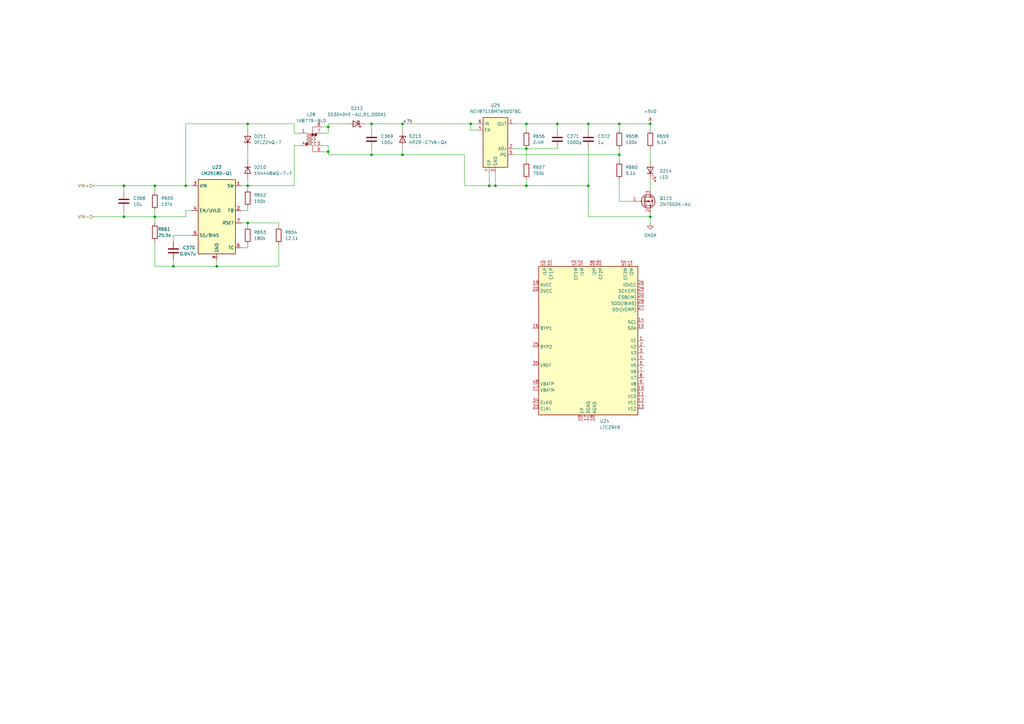
<source format=kicad_sch>
(kicad_sch (version 20230121) (generator eeschema)

  (uuid 1d43db56-dc60-45e0-bdaa-d4a2e5758c23)

  (paper "A3")

  (lib_symbols
    (symbol "Device:C" (pin_numbers hide) (pin_names (offset 0.254)) (in_bom yes) (on_board yes)
      (property "Reference" "C" (at 0.635 2.54 0)
        (effects (font (size 1.27 1.27)) (justify left))
      )
      (property "Value" "C" (at 0.635 -2.54 0)
        (effects (font (size 1.27 1.27)) (justify left))
      )
      (property "Footprint" "" (at 0.9652 -3.81 0)
        (effects (font (size 1.27 1.27)) hide)
      )
      (property "Datasheet" "~" (at 0 0 0)
        (effects (font (size 1.27 1.27)) hide)
      )
      (property "ki_keywords" "cap capacitor" (at 0 0 0)
        (effects (font (size 1.27 1.27)) hide)
      )
      (property "ki_description" "Unpolarized capacitor" (at 0 0 0)
        (effects (font (size 1.27 1.27)) hide)
      )
      (property "ki_fp_filters" "C_*" (at 0 0 0)
        (effects (font (size 1.27 1.27)) hide)
      )
      (symbol "C_0_1"
        (polyline
          (pts
            (xy -2.032 -0.762)
            (xy 2.032 -0.762)
          )
          (stroke (width 0.508) (type default))
          (fill (type none))
        )
        (polyline
          (pts
            (xy -2.032 0.762)
            (xy 2.032 0.762)
          )
          (stroke (width 0.508) (type default))
          (fill (type none))
        )
      )
      (symbol "C_1_1"
        (pin passive line (at 0 3.81 270) (length 2.794)
          (name "~" (effects (font (size 1.27 1.27))))
          (number "1" (effects (font (size 1.27 1.27))))
        )
        (pin passive line (at 0 -3.81 90) (length 2.794)
          (name "~" (effects (font (size 1.27 1.27))))
          (number "2" (effects (font (size 1.27 1.27))))
        )
      )
    )
    (symbol "Device:LED" (pin_numbers hide) (pin_names (offset 1.016) hide) (in_bom yes) (on_board yes)
      (property "Reference" "D" (at 0 2.54 0)
        (effects (font (size 1.27 1.27)))
      )
      (property "Value" "LED" (at 0 -2.54 0)
        (effects (font (size 1.27 1.27)))
      )
      (property "Footprint" "" (at 0 0 0)
        (effects (font (size 1.27 1.27)) hide)
      )
      (property "Datasheet" "~" (at 0 0 0)
        (effects (font (size 1.27 1.27)) hide)
      )
      (property "ki_keywords" "LED diode" (at 0 0 0)
        (effects (font (size 1.27 1.27)) hide)
      )
      (property "ki_description" "Light emitting diode" (at 0 0 0)
        (effects (font (size 1.27 1.27)) hide)
      )
      (property "ki_fp_filters" "LED* LED_SMD:* LED_THT:*" (at 0 0 0)
        (effects (font (size 1.27 1.27)) hide)
      )
      (symbol "LED_0_1"
        (polyline
          (pts
            (xy -1.27 -1.27)
            (xy -1.27 1.27)
          )
          (stroke (width 0.254) (type default))
          (fill (type none))
        )
        (polyline
          (pts
            (xy -1.27 0)
            (xy 1.27 0)
          )
          (stroke (width 0) (type default))
          (fill (type none))
        )
        (polyline
          (pts
            (xy 1.27 -1.27)
            (xy 1.27 1.27)
            (xy -1.27 0)
            (xy 1.27 -1.27)
          )
          (stroke (width 0.254) (type default))
          (fill (type none))
        )
        (polyline
          (pts
            (xy -3.048 -0.762)
            (xy -4.572 -2.286)
            (xy -3.81 -2.286)
            (xy -4.572 -2.286)
            (xy -4.572 -1.524)
          )
          (stroke (width 0) (type default))
          (fill (type none))
        )
        (polyline
          (pts
            (xy -1.778 -0.762)
            (xy -3.302 -2.286)
            (xy -2.54 -2.286)
            (xy -3.302 -2.286)
            (xy -3.302 -1.524)
          )
          (stroke (width 0) (type default))
          (fill (type none))
        )
      )
      (symbol "LED_1_1"
        (pin passive line (at -3.81 0 0) (length 2.54)
          (name "K" (effects (font (size 1.27 1.27))))
          (number "1" (effects (font (size 1.27 1.27))))
        )
        (pin passive line (at 3.81 0 180) (length 2.54)
          (name "A" (effects (font (size 1.27 1.27))))
          (number "2" (effects (font (size 1.27 1.27))))
        )
      )
    )
    (symbol "Device:R" (pin_numbers hide) (pin_names (offset 0)) (in_bom yes) (on_board yes)
      (property "Reference" "R" (at 2.032 0 90)
        (effects (font (size 1.27 1.27)))
      )
      (property "Value" "R" (at 0 0 90)
        (effects (font (size 1.27 1.27)))
      )
      (property "Footprint" "" (at -1.778 0 90)
        (effects (font (size 1.27 1.27)) hide)
      )
      (property "Datasheet" "~" (at 0 0 0)
        (effects (font (size 1.27 1.27)) hide)
      )
      (property "ki_keywords" "R res resistor" (at 0 0 0)
        (effects (font (size 1.27 1.27)) hide)
      )
      (property "ki_description" "Resistor" (at 0 0 0)
        (effects (font (size 1.27 1.27)) hide)
      )
      (property "ki_fp_filters" "R_*" (at 0 0 0)
        (effects (font (size 1.27 1.27)) hide)
      )
      (symbol "R_0_1"
        (rectangle (start -1.016 -2.54) (end 1.016 2.54)
          (stroke (width 0.254) (type default))
          (fill (type none))
        )
      )
      (symbol "R_1_1"
        (pin passive line (at 0 3.81 270) (length 1.27)
          (name "~" (effects (font (size 1.27 1.27))))
          (number "1" (effects (font (size 1.27 1.27))))
        )
        (pin passive line (at 0 -3.81 90) (length 1.27)
          (name "~" (effects (font (size 1.27 1.27))))
          (number "2" (effects (font (size 1.27 1.27))))
        )
      )
    )
    (symbol "ProjectEV:BatteryManagement_LTC2949" (in_bom yes) (on_board yes)
      (property "Reference" "U" (at 11.43 -31.75 0)
        (effects (font (size 1.27 1.27)))
      )
      (property "Value" "LTC2949" (at 15.24 -34.29 0)
        (effects (font (size 1.27 1.27)))
      )
      (property "Footprint" "ProjectEV:Package_LQFP-48-1EP_7x7mm_P0.5mm_EP4.15x4.15mm_LTC2949" (at 0 0 0)
        (effects (font (size 1.27 1.27)) hide)
      )
      (property "Datasheet" "chrome-extension://efaidnbmnnnibpcajpcglclefindmkaj/https://www.analog.com/media/en/technical-documentation/data-sheets/ltc2949.pdf" (at 0 0 0)
        (effects (font (size 1.27 1.27)) hide)
      )
      (symbol "BatteryManagement_LTC2949_1_1"
        (rectangle (start -20.32 30.48) (end 20.32 -30.48)
          (stroke (width 0.254) (type default))
          (fill (type background))
        )
        (pin passive line (at 22.86 0 180) (length 2.54)
          (name "V1" (effects (font (size 1.27 1.27))))
          (number "1" (effects (font (size 1.27 1.27))))
        )
        (pin passive line (at 22.86 -20.32 180) (length 2.54)
          (name "V9" (effects (font (size 1.27 1.27))))
          (number "10" (effects (font (size 1.27 1.27))))
        )
        (pin passive line (at 22.86 -22.86 180) (length 2.54)
          (name "V10" (effects (font (size 1.27 1.27))))
          (number "11" (effects (font (size 1.27 1.27))))
        )
        (pin passive line (at 22.86 -25.4 180) (length 2.54)
          (name "V11" (effects (font (size 1.27 1.27))))
          (number "12" (effects (font (size 1.27 1.27))))
        )
        (pin passive line (at 22.86 -27.94 180) (length 2.54)
          (name "V12" (effects (font (size 1.27 1.27))))
          (number "13" (effects (font (size 1.27 1.27))))
        )
        (pin passive line (at 22.86 7.62 180) (length 2.54)
          (name "SCL" (effects (font (size 1.27 1.27))))
          (number "14" (effects (font (size 1.27 1.27))))
        )
        (pin passive line (at 22.86 5.08 180) (length 2.54)
          (name "SDA" (effects (font (size 1.27 1.27))))
          (number "15" (effects (font (size 1.27 1.27))))
        )
        (pin power_out line (at -22.86 5.08 0) (length 2.54)
          (name "BYP1" (effects (font (size 1.27 1.27))))
          (number "16" (effects (font (size 1.27 1.27))))
        )
        (pin power_in line (at 0 -33.02 90) (length 2.54)
          (name "DGND" (effects (font (size 1.27 1.27))))
          (number "17" (effects (font (size 1.27 1.27))))
        )
        (pin power_in line (at 2.54 -33.02 90) (length 2.54)
          (name "AGND" (effects (font (size 1.27 1.27))))
          (number "18" (effects (font (size 1.27 1.27))))
        )
        (pin power_in line (at -22.86 22.86 0) (length 2.54)
          (name "AVCC" (effects (font (size 1.27 1.27))))
          (number "19" (effects (font (size 1.27 1.27))))
        )
        (pin passive line (at 22.86 -2.54 180) (length 2.54)
          (name "V2" (effects (font (size 1.27 1.27))))
          (number "2" (effects (font (size 1.27 1.27))))
        )
        (pin power_in line (at -22.86 20.32 0) (length 2.54)
          (name "DVCC" (effects (font (size 1.27 1.27))))
          (number "20" (effects (font (size 1.27 1.27))))
        )
        (pin no_connect line (at 0 33.02 270) (length 2.54) hide
          (name "DNC" (effects (font (size 1.27 1.27))))
          (number "21" (effects (font (size 1.27 1.27))))
        )
        (pin no_connect line (at 0 33.02 270) (length 2.54) hide
          (name "DNC" (effects (font (size 1.27 1.27))))
          (number "22" (effects (font (size 1.27 1.27))))
        )
        (pin no_connect line (at 0 33.02 270) (length 2.54) hide
          (name "DNC" (effects (font (size 1.27 1.27))))
          (number "23" (effects (font (size 1.27 1.27))))
        )
        (pin no_connect line (at 0 33.02 270) (length 2.54) hide
          (name "DNC" (effects (font (size 1.27 1.27))))
          (number "24" (effects (font (size 1.27 1.27))))
        )
        (pin power_out line (at -22.86 -2.54 0) (length 2.54)
          (name "BYP2" (effects (font (size 1.27 1.27))))
          (number "25" (effects (font (size 1.27 1.27))))
        )
        (pin passive line (at 22.86 22.86 180) (length 2.54)
          (name "IOVCC" (effects (font (size 1.27 1.27))))
          (number "26" (effects (font (size 1.27 1.27))))
        )
        (pin passive line (at 22.86 12.7 180) (length 2.54)
          (name "SDI(VCMP)" (effects (font (size 1.27 1.27))))
          (number "27" (effects (font (size 1.27 1.27))))
        )
        (pin passive line (at 22.86 15.24 180) (length 2.54)
          (name "SDO(IBIAS)" (effects (font (size 1.27 1.27))))
          (number "28" (effects (font (size 1.27 1.27))))
        )
        (pin passive line (at 22.86 20.32 180) (length 2.54)
          (name "SCK(IP)" (effects (font (size 1.27 1.27))))
          (number "29" (effects (font (size 1.27 1.27))))
        )
        (pin passive line (at 22.86 -5.08 180) (length 2.54)
          (name "V3" (effects (font (size 1.27 1.27))))
          (number "3" (effects (font (size 1.27 1.27))))
        )
        (pin passive line (at 22.86 17.78 180) (length 2.54)
          (name "CSB(IM)" (effects (font (size 1.27 1.27))))
          (number "30" (effects (font (size 1.27 1.27))))
        )
        (pin no_connect line (at 0 33.02 270) (length 2.54) hide
          (name "DNC" (effects (font (size 1.27 1.27))))
          (number "31" (effects (font (size 1.27 1.27))))
        )
        (pin no_connect line (at 0 33.02 270) (length 2.54) hide
          (name "DNC" (effects (font (size 1.27 1.27))))
          (number "32" (effects (font (size 1.27 1.27))))
        )
        (pin passive line (at -22.86 -27.94 0) (length 2.54)
          (name "CLKI" (effects (font (size 1.27 1.27))))
          (number "33" (effects (font (size 1.27 1.27))))
        )
        (pin passive line (at -22.86 -25.4 0) (length 2.54)
          (name "CLKO" (effects (font (size 1.27 1.27))))
          (number "34" (effects (font (size 1.27 1.27))))
        )
        (pin power_out line (at -22.86 -10.16 0) (length 2.54)
          (name "VREF" (effects (font (size 1.27 1.27))))
          (number "35" (effects (font (size 1.27 1.27))))
        )
        (pin no_connect line (at 0 33.02 270) (length 2.54) hide
          (name "DNC" (effects (font (size 1.27 1.27))))
          (number "36" (effects (font (size 1.27 1.27))))
        )
        (pin no_connect line (at 0 33.02 270) (length 2.54) hide
          (name "DNC" (effects (font (size 1.27 1.27))))
          (number "37" (effects (font (size 1.27 1.27))))
        )
        (pin passive line (at 2.54 33.02 270) (length 2.54)
          (name "I2P" (effects (font (size 1.27 1.27))))
          (number "38" (effects (font (size 1.27 1.27))))
        )
        (pin passive line (at 5.08 33.02 270) (length 2.54)
          (name "CF2P" (effects (font (size 1.27 1.27))))
          (number "39" (effects (font (size 1.27 1.27))))
        )
        (pin passive line (at 22.86 -7.62 180) (length 2.54)
          (name "V4" (effects (font (size 1.27 1.27))))
          (number "4" (effects (font (size 1.27 1.27))))
        )
        (pin passive line (at 15.24 33.02 270) (length 2.54)
          (name "CF2M" (effects (font (size 1.27 1.27))))
          (number "40" (effects (font (size 1.27 1.27))))
        )
        (pin passive line (at 17.78 33.02 270) (length 2.54)
          (name "I2M" (effects (font (size 1.27 1.27))))
          (number "41" (effects (font (size 1.27 1.27))))
        )
        (pin passive line (at -2.54 33.02 270) (length 2.54)
          (name "I1M" (effects (font (size 1.27 1.27))))
          (number "42" (effects (font (size 1.27 1.27))))
        )
        (pin passive line (at -5.08 33.02 270) (length 2.54)
          (name "CF1M" (effects (font (size 1.27 1.27))))
          (number "43" (effects (font (size 1.27 1.27))))
        )
        (pin passive line (at -15.24 33.02 270) (length 2.54)
          (name "CF1P" (effects (font (size 1.27 1.27))))
          (number "44" (effects (font (size 1.27 1.27))))
        )
        (pin passive line (at -17.78 33.02 270) (length 2.54)
          (name "I1P" (effects (font (size 1.27 1.27))))
          (number "45" (effects (font (size 1.27 1.27))))
        )
        (pin no_connect line (at 0 33.02 270) (length 2.54) hide
          (name "DNC" (effects (font (size 1.27 1.27))))
          (number "46" (effects (font (size 1.27 1.27))))
        )
        (pin passive line (at -22.86 -20.32 0) (length 2.54)
          (name "VBATM" (effects (font (size 1.27 1.27))))
          (number "47" (effects (font (size 1.27 1.27))))
        )
        (pin passive line (at -22.86 -17.78 0) (length 2.54)
          (name "VBATP" (effects (font (size 1.27 1.27))))
          (number "48" (effects (font (size 1.27 1.27))))
        )
        (pin passive line (at -2.54 -33.02 90) (length 2.54)
          (name "EP" (effects (font (size 1.27 1.27))))
          (number "49" (effects (font (size 1.27 1.27))))
        )
        (pin passive line (at 22.86 -10.16 180) (length 2.54)
          (name "V5" (effects (font (size 1.27 1.27))))
          (number "5" (effects (font (size 1.27 1.27))))
        )
        (pin no_connect line (at 0 33.02 270) (length 2.54) hide
          (name "DNC" (effects (font (size 1.27 1.27))))
          (number "6" (effects (font (size 1.27 1.27))))
        )
        (pin passive line (at 22.86 -12.7 180) (length 2.54)
          (name "V6" (effects (font (size 1.27 1.27))))
          (number "7" (effects (font (size 1.27 1.27))))
        )
        (pin passive line (at 22.86 -15.24 180) (length 2.54)
          (name "V7" (effects (font (size 1.27 1.27))))
          (number "8" (effects (font (size 1.27 1.27))))
        )
        (pin passive line (at 22.86 -17.78 180) (length 2.54)
          (name "V8" (effects (font (size 1.27 1.27))))
          (number "9" (effects (font (size 1.27 1.27))))
        )
      )
    )
    (symbol "ProjectEV:D_1N4448WQ-7-F" (pin_numbers hide) (pin_names (offset 1.016) hide) (in_bom yes) (on_board yes)
      (property "Reference" "D" (at 0 2.54 0)
        (effects (font (size 1.27 1.27)))
      )
      (property "Value" "1N4448WQ-7-F" (at 0 -2.54 0)
        (effects (font (size 1.27 1.27)))
      )
      (property "Footprint" "ProjectEV:D_SOD-123_1N4448W" (at 0 0 0)
        (effects (font (size 1.27 1.27)) hide)
      )
      (property "Datasheet" "https://www.diodes.com/assets/Datasheets/1N4448W.pdf" (at 0 -3.81 0)
        (effects (font (size 1.27 1.27)) hide)
      )
      (property "ki_keywords" "diode" (at 0 0 0)
        (effects (font (size 1.27 1.27)) hide)
      )
      (property "ki_description" "Diode" (at 0 0 0)
        (effects (font (size 1.27 1.27)) hide)
      )
      (property "ki_fp_filters" "TO-???* *_Diode_* *SingleDiode* D_*" (at 0 0 0)
        (effects (font (size 1.27 1.27)) hide)
      )
      (symbol "D_1N4448WQ-7-F_0_1"
        (polyline
          (pts
            (xy -1.27 1.27)
            (xy -1.27 -1.27)
          )
          (stroke (width 0.254) (type default))
          (fill (type none))
        )
        (polyline
          (pts
            (xy 1.27 0)
            (xy -1.27 0)
          )
          (stroke (width 0) (type default))
          (fill (type none))
        )
        (polyline
          (pts
            (xy 1.27 1.27)
            (xy 1.27 -1.27)
            (xy -1.27 0)
            (xy 1.27 1.27)
          )
          (stroke (width 0.254) (type default))
          (fill (type none))
        )
      )
      (symbol "D_1N4448WQ-7-F_1_1"
        (pin passive line (at -3.81 0 0) (length 2.54)
          (name "K" (effects (font (size 1.27 1.27))))
          (number "1" (effects (font (size 1.27 1.27))))
        )
        (pin passive line (at 3.81 0 180) (length 2.54)
          (name "A" (effects (font (size 1.27 1.27))))
          (number "2" (effects (font (size 1.27 1.27))))
        )
      )
    )
    (symbol "ProjectEV:D_DFLZ24Q-7" (pin_numbers hide) (pin_names (offset 1.016) hide) (in_bom yes) (on_board yes)
      (property "Reference" "D" (at 0 2.54 0)
        (effects (font (size 1.27 1.27)))
      )
      (property "Value" "DFLZ24Q-7" (at 0 -2.54 0)
        (effects (font (size 1.27 1.27)))
      )
      (property "Footprint" "ProjectEV:D_PowerDI-123_DFLZxxQ" (at 0 0 0)
        (effects (font (size 1.27 1.27)) hide)
      )
      (property "Datasheet" "https://www.diodes.com/assets/Datasheets/DFLZxxQ.pdf" (at 0 -5.08 0)
        (effects (font (size 1.27 1.27)) hide)
      )
      (property "ki_keywords" "diode" (at 0 0 0)
        (effects (font (size 1.27 1.27)) hide)
      )
      (property "ki_description" "Zener diodek, 24 Vz" (at 0 0 0)
        (effects (font (size 1.27 1.27)) hide)
      )
      (property "ki_fp_filters" "TO-???* *_Diode_* *SingleDiode* D_*" (at 0 0 0)
        (effects (font (size 1.27 1.27)) hide)
      )
      (symbol "D_DFLZ24Q-7_0_1"
        (polyline
          (pts
            (xy 1.27 0)
            (xy -1.27 0)
          )
          (stroke (width 0) (type default))
          (fill (type none))
        )
        (polyline
          (pts
            (xy -1.27 -1.27)
            (xy -1.27 1.27)
            (xy -0.762 1.27)
          )
          (stroke (width 0.254) (type default))
          (fill (type none))
        )
        (polyline
          (pts
            (xy 1.27 -1.27)
            (xy 1.27 1.27)
            (xy -1.27 0)
            (xy 1.27 -1.27)
          )
          (stroke (width 0.254) (type default))
          (fill (type none))
        )
      )
      (symbol "D_DFLZ24Q-7_1_1"
        (pin passive line (at -3.81 0 0) (length 2.54)
          (name "K" (effects (font (size 1.27 1.27))))
          (number "1" (effects (font (size 1.27 1.27))))
        )
        (pin passive line (at 3.81 0 180) (length 2.54)
          (name "A" (effects (font (size 1.27 1.27))))
          (number "2" (effects (font (size 1.27 1.27))))
        )
      )
    )
    (symbol "ProjectEV:D_HPZR-C7V6-QX" (pin_numbers hide) (pin_names (offset 1.016) hide) (in_bom yes) (on_board yes)
      (property "Reference" "D" (at 0 2.54 0)
        (effects (font (size 1.27 1.27)))
      )
      (property "Value" "HPZR-C7V6-QX" (at 0 -2.54 0)
        (effects (font (size 1.27 1.27)))
      )
      (property "Footprint" "ProjectEV:D_SOD-123W_HPZR-Cxxx-QX" (at 0 0 0)
        (effects (font (size 1.27 1.27)) hide)
      )
      (property "Datasheet" "https://assets.nexperia.com/documents/data-sheet/HPZR-Q_SER.pdf" (at 0 -5.08 0)
        (effects (font (size 1.27 1.27)) hide)
      )
      (property "ki_keywords" "diode" (at 0 0 0)
        (effects (font (size 1.27 1.27)) hide)
      )
      (property "ki_description" "Zener diode, 7.6 Vz" (at 0 0 0)
        (effects (font (size 1.27 1.27)) hide)
      )
      (property "ki_fp_filters" "TO-???* *_Diode_* *SingleDiode* D_*" (at 0 0 0)
        (effects (font (size 1.27 1.27)) hide)
      )
      (symbol "D_HPZR-C7V6-QX_0_1"
        (polyline
          (pts
            (xy 1.27 0)
            (xy -1.27 0)
          )
          (stroke (width 0) (type default))
          (fill (type none))
        )
        (polyline
          (pts
            (xy -1.27 -1.27)
            (xy -1.27 1.27)
            (xy -0.762 1.27)
          )
          (stroke (width 0.254) (type default))
          (fill (type none))
        )
        (polyline
          (pts
            (xy 1.27 -1.27)
            (xy 1.27 1.27)
            (xy -1.27 0)
            (xy 1.27 -1.27)
          )
          (stroke (width 0.254) (type default))
          (fill (type none))
        )
      )
      (symbol "D_HPZR-C7V6-QX_1_1"
        (pin passive line (at -3.81 0 0) (length 2.54)
          (name "K" (effects (font (size 1.27 1.27))))
          (number "1" (effects (font (size 1.27 1.27))))
        )
        (pin passive line (at 3.81 0 180) (length 2.54)
          (name "A" (effects (font (size 1.27 1.27))))
          (number "2" (effects (font (size 1.27 1.27))))
        )
      )
    )
    (symbol "ProjectEV:D_SS3040HE" (pin_numbers hide) (pin_names (offset 1.016) hide) (in_bom yes) (on_board yes)
      (property "Reference" "D" (at 0 2.54 0)
        (effects (font (size 1.27 1.27)))
      )
      (property "Value" "SS3040HE" (at 0 -2.54 0)
        (effects (font (size 1.27 1.27)))
      )
      (property "Footprint" "ProjectEV:D_SOD-123HE_SS3040HE" (at 0 -5.08 0)
        (effects (font (size 1.27 1.27)) hide)
      )
      (property "Datasheet" "https://www.panjit.com.tw/upload/datasheet/SS3040HE-AU.pdf" (at 0 -7.62 0)
        (effects (font (size 1.27 1.27)) hide)
      )
      (property "ki_keywords" "diode Schottky" (at 0 0 0)
        (effects (font (size 1.27 1.27)) hide)
      )
      (property "ki_description" "Schottky diode 3A, 40V" (at 0 0 0)
        (effects (font (size 1.27 1.27)) hide)
      )
      (property "ki_fp_filters" "TO-???* *_Diode_* *SingleDiode* D_*" (at 0 0 0)
        (effects (font (size 1.27 1.27)) hide)
      )
      (symbol "D_SS3040HE_0_1"
        (polyline
          (pts
            (xy 1.27 0)
            (xy -1.27 0)
          )
          (stroke (width 0) (type default))
          (fill (type none))
        )
        (polyline
          (pts
            (xy 1.27 1.27)
            (xy 1.27 -1.27)
            (xy -1.27 0)
            (xy 1.27 1.27)
          )
          (stroke (width 0.254) (type default))
          (fill (type none))
        )
        (polyline
          (pts
            (xy -1.905 0.635)
            (xy -1.905 1.27)
            (xy -1.27 1.27)
            (xy -1.27 -1.27)
            (xy -0.635 -1.27)
            (xy -0.635 -0.635)
          )
          (stroke (width 0.254) (type default))
          (fill (type none))
        )
      )
      (symbol "D_SS3040HE_1_1"
        (pin passive line (at -3.81 0 0) (length 2.54)
          (name "K" (effects (font (size 1.27 1.27))))
          (number "1" (effects (font (size 1.27 1.27))))
        )
        (pin passive line (at 3.81 0 180) (length 2.54)
          (name "A" (effects (font (size 1.27 1.27))))
          (number "2" (effects (font (size 1.27 1.27))))
        )
      )
    )
    (symbol "ProjectEV:Regulator_LM25180-Q1" (in_bom yes) (on_board yes)
      (property "Reference" "U" (at 0 19.05 0)
        (effects (font (size 1.27 1.27)))
      )
      (property "Value" "LM25180-Q1" (at 0 16.51 0)
        (effects (font (size 1.27 1.27)))
      )
      (property "Footprint" "ProjectEV:Package_WSON-8-1EP_4x4mm_P0.8mm_EP1.98x3mm_LM25180-Q1" (at 0 2.54 0)
        (effects (font (size 1.27 1.27)) hide)
      )
      (property "Datasheet" "https://www.ti.com/lit/ds/symlink/lm25180-q1.pdf?HQS=dis-dk-null-digikeymode-dsf-pf-null-wwe&ts=1707638415631&ref_url=https%253A%252F%252Fwww.ti.com%252Fgeneral%252Fdocs%252Fsuppproductinfo.tsp%253FdistId%253D10%2526gotoUrl%253Dhttps%253A%252F%252Fwww.ti.com%252Flit%252Fgpn%252Flm25180-q1" (at 0 2.54 0)
        (effects (font (size 1.27 1.27)) hide)
      )
      (symbol "Regulator_LM25180-Q1_1_1"
        (rectangle (start -7.62 15.24) (end 7.62 -15.24)
          (stroke (width 0.254) (type default))
          (fill (type background))
        )
        (pin passive line (at 10.16 12.7 180) (length 2.54)
          (name "SW" (effects (font (size 1.27 1.27))))
          (number "1" (effects (font (size 1.27 1.27))))
        )
        (pin passive line (at 10.16 2.54 180) (length 2.54)
          (name "FB" (effects (font (size 1.27 1.27))))
          (number "2" (effects (font (size 1.27 1.27))))
        )
        (pin passive line (at -10.16 12.7 0) (length 2.54)
          (name "VIN" (effects (font (size 1.27 1.27))))
          (number "3" (effects (font (size 1.27 1.27))))
        )
        (pin passive line (at -10.16 2.54 0) (length 2.54)
          (name "EN/UVLO" (effects (font (size 1.27 1.27))))
          (number "4" (effects (font (size 1.27 1.27))))
        )
        (pin passive line (at -10.16 -7.62 0) (length 2.54)
          (name "SS/BIAS" (effects (font (size 1.27 1.27))))
          (number "5" (effects (font (size 1.27 1.27))))
        )
        (pin passive line (at 10.16 -12.7 180) (length 2.54)
          (name "TC" (effects (font (size 1.27 1.27))))
          (number "6" (effects (font (size 1.27 1.27))))
        )
        (pin passive line (at 10.16 -2.54 180) (length 2.54)
          (name "RSET" (effects (font (size 1.27 1.27))))
          (number "7" (effects (font (size 1.27 1.27))))
        )
        (pin passive line (at 0 -17.78 90) (length 2.54)
          (name "GND" (effects (font (size 1.27 1.27))))
          (number "8" (effects (font (size 1.27 1.27))))
        )
        (pin passive line (at 0 -17.78 90) (length 2.54) hide
          (name "DAP" (effects (font (size 1.27 1.27))))
          (number "9" (effects (font (size 1.27 1.27))))
        )
      )
    )
    (symbol "ProjectEV:Regulator_NCV8711BMTW500TBG" (in_bom yes) (on_board yes)
      (property "Reference" "U" (at 0 13.97 0)
        (effects (font (size 1.27 1.27)))
      )
      (property "Value" "NCV8711BMTW500TBG" (at 0 11.43 0)
        (effects (font (size 1.27 1.27)))
      )
      (property "Footprint" "ProjectEV:Package_WDFN-6-1EP_2x2mm_P0.5mm_EP0.95x1.65mm_NCV8711BMTW500TBG" (at 0 2.54 0)
        (effects (font (size 1.27 1.27)) hide)
      )
      (property "Datasheet" "https://www.onsemi.com/pdf/datasheet/ncv8711-d.pdf" (at 0 -7.62 0)
        (effects (font (size 1.27 1.27)) hide)
      )
      (symbol "Regulator_NCV8711BMTW500TBG_1_1"
        (rectangle (start -5.08 10.16) (end 5.08 -10.16)
          (stroke (width 0.254) (type default))
          (fill (type background))
        )
        (pin power_out line (at 7.62 7.62 180) (length 2.54)
          (name "OUT" (effects (font (size 1.27 1.27))))
          (number "1" (effects (font (size 1.27 1.27))))
        )
        (pin passive line (at 7.62 -2.54 180) (length 2.54)
          (name "ADJ" (effects (font (size 1.27 1.27))))
          (number "2" (effects (font (size 1.27 1.27))))
        )
        (pin passive line (at 0 -12.7 90) (length 2.54)
          (name "GND" (effects (font (size 1.27 1.27))))
          (number "3" (effects (font (size 1.27 1.27))))
        )
        (pin passive line (at -7.62 5.08 0) (length 2.54)
          (name "EN" (effects (font (size 1.27 1.27))))
          (number "4" (effects (font (size 1.27 1.27))))
        )
        (pin passive line (at 7.62 -5.08 180) (length 2.54)
          (name "PG" (effects (font (size 1.27 1.27))))
          (number "5" (effects (font (size 1.27 1.27))))
        )
        (pin power_in line (at -7.62 7.62 0) (length 2.54)
          (name "IN" (effects (font (size 1.27 1.27))))
          (number "6" (effects (font (size 1.27 1.27))))
        )
        (pin passive line (at -2.54 -12.7 90) (length 2.54)
          (name "EP" (effects (font (size 1.27 1.27))))
          (number "7" (effects (font (size 1.27 1.27))))
        )
      )
    )
    (symbol "ProjectEV:Transformer_YA8779" (pin_names hide) (in_bom yes) (on_board yes)
      (property "Reference" "L" (at 0 10.16 0)
        (effects (font (size 1.27 1.27)))
      )
      (property "Value" "YA8779-BLD" (at 0 7.62 0)
        (effects (font (size 1.27 1.27)))
      )
      (property "Footprint" "ProjectEV:Transformer_YA8779-BLD" (at 0 -6.35 0)
        (effects (font (size 1.27 1.27)) hide)
      )
      (property "Datasheet" "https://www.mouser.jp/datasheet/2/597/ya8779-1919805.pdf" (at 0 -8.89 0)
        (effects (font (size 1.27 1.27)) hide)
      )
      (symbol "Transformer_YA8779_0_1"
        (arc (start -1.27 -2.54) (mid -0.821 -2.354) (end -0.635 -1.905)
          (stroke (width 0) (type default))
          (fill (type none))
        )
        (arc (start -1.27 -1.27) (mid -0.821 -1.084) (end -0.635 -0.635)
          (stroke (width 0) (type default))
          (fill (type none))
        )
        (arc (start -1.27 0) (mid -0.821 0.186) (end -0.635 0.635)
          (stroke (width 0) (type default))
          (fill (type none))
        )
        (arc (start -1.27 1.27) (mid -0.821 1.456) (end -0.635 1.905)
          (stroke (width 0) (type default))
          (fill (type none))
        )
        (arc (start -0.635 -1.905) (mid -0.821 -1.456) (end -1.27 -1.27)
          (stroke (width 0) (type default))
          (fill (type none))
        )
        (arc (start -0.635 -0.635) (mid -0.821 -0.186) (end -1.27 0)
          (stroke (width 0) (type default))
          (fill (type none))
        )
        (arc (start -0.635 0.635) (mid -0.821 1.084) (end -1.27 1.27)
          (stroke (width 0) (type default))
          (fill (type none))
        )
        (arc (start -0.635 1.905) (mid -0.821 2.354) (end -1.27 2.54)
          (stroke (width 0) (type default))
          (fill (type none))
        )
        (polyline
          (pts
            (xy -0.254 2.54)
            (xy -0.254 -2.54)
          )
          (stroke (width 0) (type default))
          (fill (type none))
        )
        (polyline
          (pts
            (xy 0.254 -2.54)
            (xy 0.254 2.54)
          )
          (stroke (width 0) (type default))
          (fill (type none))
        )
        (arc (start 0.635 -1.905) (mid 0.821 -2.354) (end 1.27 -2.54)
          (stroke (width 0) (type default))
          (fill (type none))
        )
        (arc (start 0.635 -0.635) (mid 0.821 -1.084) (end 1.27 -1.27)
          (stroke (width 0) (type default))
          (fill (type none))
        )
        (arc (start 0.635 0.635) (mid 0.821 0.186) (end 1.27 0)
          (stroke (width 0) (type default))
          (fill (type none))
        )
        (arc (start 0.635 1.905) (mid 0.821 1.456) (end 1.27 1.27)
          (stroke (width 0) (type default))
          (fill (type none))
        )
        (arc (start 1.27 -1.27) (mid 0.821 -1.456) (end 0.635 -1.905)
          (stroke (width 0) (type default))
          (fill (type none))
        )
        (arc (start 1.27 0) (mid 0.821 -0.186) (end 0.635 -0.635)
          (stroke (width 0) (type default))
          (fill (type none))
        )
        (arc (start 1.27 1.27) (mid 0.821 1.084) (end 0.635 0.635)
          (stroke (width 0) (type default))
          (fill (type none))
        )
        (arc (start 1.27 2.54) (mid 0.821 2.354) (end 0.635 1.905)
          (stroke (width 0) (type default))
          (fill (type none))
        )
        (arc (start 1.905 -1.905) (mid 2.091 -2.354) (end 2.54 -2.54)
          (stroke (width 0) (type default))
          (fill (type none))
        )
        (arc (start 1.905 -0.635) (mid 2.091 -1.084) (end 2.54 -1.27)
          (stroke (width 0) (type default))
          (fill (type none))
        )
        (arc (start 1.905 0.635) (mid 2.091 0.186) (end 2.54 0)
          (stroke (width 0) (type default))
          (fill (type none))
        )
        (arc (start 1.905 1.905) (mid 2.091 1.456) (end 2.54 1.27)
          (stroke (width 0) (type default))
          (fill (type none))
        )
        (arc (start 2.54 -1.27) (mid 2.091 -1.456) (end 1.905 -1.905)
          (stroke (width 0) (type default))
          (fill (type none))
        )
        (arc (start 2.54 0) (mid 2.091 -0.186) (end 1.905 -0.635)
          (stroke (width 0) (type default))
          (fill (type none))
        )
        (arc (start 2.54 1.27) (mid 2.091 1.084) (end 1.905 0.635)
          (stroke (width 0) (type default))
          (fill (type none))
        )
        (arc (start 2.54 2.54) (mid 2.091 2.354) (end 1.905 1.905)
          (stroke (width 0) (type default))
          (fill (type none))
        )
      )
      (symbol "Transformer_YA8779_1_1"
        (circle (center -1.27 -1.905) (radius 0.0001)
          (stroke (width 0.508) (type default))
          (fill (type none))
        )
        (polyline
          (pts
            (xy 1.27 -2.54)
            (xy 1.27 -5.08)
            (xy 2.54 -5.08)
          )
          (stroke (width 0) (type default))
          (fill (type none))
        )
        (polyline
          (pts
            (xy 2.54 5.08)
            (xy 1.27 5.08)
            (xy 1.27 2.54)
          )
          (stroke (width 0) (type default))
          (fill (type none))
        )
        (circle (center 1.27 1.905) (radius 0.0001)
          (stroke (width 0.508) (type default))
          (fill (type none))
        )
        (circle (center 2.54 1.905) (radius 0.0001)
          (stroke (width 0.508) (type default))
          (fill (type none))
        )
        (pin passive line (at -3.81 2.54 0) (length 2.54)
          (name "1" (effects (font (size 1.27 1.27))))
          (number "1" (effects (font (size 1.27 1.27))))
        )
        (pin no_connect line (at -3.81 1.27 0) (length 2.54) hide
          (name "2" (effects (font (size 1.27 1.27))))
          (number "2" (effects (font (size 1.27 1.27))))
        )
        (pin no_connect line (at -3.81 -1.27 0) (length 2.54) hide
          (name "3" (effects (font (size 1.27 1.27))))
          (number "3" (effects (font (size 1.27 1.27))))
        )
        (pin passive line (at -3.81 -2.54 0) (length 2.54)
          (name "4" (effects (font (size 1.27 1.27))))
          (number "4" (effects (font (size 1.27 1.27))))
        )
        (pin passive line (at 5.08 -2.54 180) (length 2.54)
          (name "5" (effects (font (size 1.27 1.27))))
          (number "5" (effects (font (size 1.27 1.27))))
        )
        (pin passive line (at 5.08 -5.08 180) (length 2.54)
          (name "6" (effects (font (size 1.27 1.27))))
          (number "6" (effects (font (size 1.27 1.27))))
        )
        (pin passive line (at 5.08 2.54 180) (length 2.54)
          (name "7" (effects (font (size 1.27 1.27))))
          (number "7" (effects (font (size 1.27 1.27))))
        )
        (pin passive line (at 5.08 5.08 180) (length 2.54)
          (name "8" (effects (font (size 1.27 1.27))))
          (number "8" (effects (font (size 1.27 1.27))))
        )
      )
    )
    (symbol "Transistor_2N7002K-AU_2" (pin_names hide) (in_bom yes) (on_board yes)
      (property "Reference" "Q" (at 5.08 1.905 0)
        (effects (font (size 1.27 1.27)) (justify left))
      )
      (property "Value" "2N7002K-AU" (at 5.08 0 0)
        (effects (font (size 1.27 1.27)) (justify left))
      )
      (property "Footprint" "ProjectEV:Package_SOT-23_2N7002K-AU" (at 5.08 -1.905 0)
        (effects (font (size 1.27 1.27) italic) (justify left) hide)
      )
      (property "Datasheet" "https://www.panjit.com.tw/upload/datasheet/2N7002K-AU.pdf" (at 5.08 -3.81 0)
        (effects (font (size 1.27 1.27)) (justify left) hide)
      )
      (property "ki_keywords" "N-Channel MOSFET" (at 0 0 0)
        (effects (font (size 1.27 1.27)) hide)
      )
      (property "ki_description" "60V Vds, 0.3A Id, N-Channel MOSFET, SOT-23" (at 0 0 0)
        (effects (font (size 1.27 1.27)) hide)
      )
      (property "ki_fp_filters" "SOT?23*" (at 0 0 0)
        (effects (font (size 1.27 1.27)) hide)
      )
      (symbol "Transistor_2N7002K-AU_2_0_1"
        (polyline
          (pts
            (xy 0.254 0)
            (xy -2.54 0)
          )
          (stroke (width 0) (type default))
          (fill (type none))
        )
        (polyline
          (pts
            (xy 0.254 1.905)
            (xy 0.254 -1.905)
          )
          (stroke (width 0.254) (type default))
          (fill (type none))
        )
        (polyline
          (pts
            (xy 0.762 -1.27)
            (xy 0.762 -2.286)
          )
          (stroke (width 0.254) (type default))
          (fill (type none))
        )
        (polyline
          (pts
            (xy 0.762 0.508)
            (xy 0.762 -0.508)
          )
          (stroke (width 0.254) (type default))
          (fill (type none))
        )
        (polyline
          (pts
            (xy 0.762 2.286)
            (xy 0.762 1.27)
          )
          (stroke (width 0.254) (type default))
          (fill (type none))
        )
        (polyline
          (pts
            (xy 2.54 2.54)
            (xy 2.54 1.778)
          )
          (stroke (width 0) (type default))
          (fill (type none))
        )
        (polyline
          (pts
            (xy 2.54 -2.54)
            (xy 2.54 0)
            (xy 0.762 0)
          )
          (stroke (width 0) (type default))
          (fill (type none))
        )
        (polyline
          (pts
            (xy 0.762 -1.778)
            (xy 3.302 -1.778)
            (xy 3.302 1.778)
            (xy 0.762 1.778)
          )
          (stroke (width 0) (type default))
          (fill (type none))
        )
        (polyline
          (pts
            (xy 1.016 0)
            (xy 2.032 0.381)
            (xy 2.032 -0.381)
            (xy 1.016 0)
          )
          (stroke (width 0) (type default))
          (fill (type outline))
        )
        (polyline
          (pts
            (xy 2.794 0.508)
            (xy 2.921 0.381)
            (xy 3.683 0.381)
            (xy 3.81 0.254)
          )
          (stroke (width 0) (type default))
          (fill (type none))
        )
        (polyline
          (pts
            (xy 3.302 0.381)
            (xy 2.921 -0.254)
            (xy 3.683 -0.254)
            (xy 3.302 0.381)
          )
          (stroke (width 0) (type default))
          (fill (type none))
        )
        (circle (center 1.651 0) (radius 2.794)
          (stroke (width 0.254) (type default))
          (fill (type none))
        )
        (circle (center 2.54 -1.778) (radius 0.254)
          (stroke (width 0) (type default))
          (fill (type outline))
        )
        (circle (center 2.54 1.778) (radius 0.254)
          (stroke (width 0) (type default))
          (fill (type outline))
        )
      )
      (symbol "Transistor_2N7002K-AU_2_1_1"
        (pin input line (at -5.08 0 0) (length 2.54)
          (name "G" (effects (font (size 1.27 1.27))))
          (number "1" (effects (font (size 1.27 1.27))))
        )
        (pin passive line (at 2.54 -5.08 90) (length 2.54)
          (name "S" (effects (font (size 1.27 1.27))))
          (number "2" (effects (font (size 1.27 1.27))))
        )
        (pin passive line (at 2.54 5.08 270) (length 2.54)
          (name "D" (effects (font (size 1.27 1.27))))
          (number "3" (effects (font (size 1.27 1.27))))
        )
      )
    )
    (symbol "power:+5VD" (power) (pin_names (offset 0)) (in_bom yes) (on_board yes)
      (property "Reference" "#PWR" (at 0 -3.81 0)
        (effects (font (size 1.27 1.27)) hide)
      )
      (property "Value" "+5VD" (at 0 3.556 0)
        (effects (font (size 1.27 1.27)))
      )
      (property "Footprint" "" (at 0 0 0)
        (effects (font (size 1.27 1.27)) hide)
      )
      (property "Datasheet" "" (at 0 0 0)
        (effects (font (size 1.27 1.27)) hide)
      )
      (property "ki_keywords" "global power" (at 0 0 0)
        (effects (font (size 1.27 1.27)) hide)
      )
      (property "ki_description" "Power symbol creates a global label with name \"+5VD\"" (at 0 0 0)
        (effects (font (size 1.27 1.27)) hide)
      )
      (symbol "+5VD_0_1"
        (polyline
          (pts
            (xy -0.762 1.27)
            (xy 0 2.54)
          )
          (stroke (width 0) (type default))
          (fill (type none))
        )
        (polyline
          (pts
            (xy 0 0)
            (xy 0 2.54)
          )
          (stroke (width 0) (type default))
          (fill (type none))
        )
        (polyline
          (pts
            (xy 0 2.54)
            (xy 0.762 1.27)
          )
          (stroke (width 0) (type default))
          (fill (type none))
        )
      )
      (symbol "+5VD_1_1"
        (pin power_in line (at 0 0 90) (length 0) hide
          (name "+5VD" (effects (font (size 1.27 1.27))))
          (number "1" (effects (font (size 1.27 1.27))))
        )
      )
    )
    (symbol "power:GNDA" (power) (pin_names (offset 0)) (in_bom yes) (on_board yes)
      (property "Reference" "#PWR" (at 0 -6.35 0)
        (effects (font (size 1.27 1.27)) hide)
      )
      (property "Value" "GNDA" (at 0 -3.81 0)
        (effects (font (size 1.27 1.27)))
      )
      (property "Footprint" "" (at 0 0 0)
        (effects (font (size 1.27 1.27)) hide)
      )
      (property "Datasheet" "" (at 0 0 0)
        (effects (font (size 1.27 1.27)) hide)
      )
      (property "ki_keywords" "global power" (at 0 0 0)
        (effects (font (size 1.27 1.27)) hide)
      )
      (property "ki_description" "Power symbol creates a global label with name \"GNDA\" , analog ground" (at 0 0 0)
        (effects (font (size 1.27 1.27)) hide)
      )
      (symbol "GNDA_0_1"
        (polyline
          (pts
            (xy 0 0)
            (xy 0 -1.27)
            (xy 1.27 -1.27)
            (xy 0 -2.54)
            (xy -1.27 -1.27)
            (xy 0 -1.27)
          )
          (stroke (width 0) (type default))
          (fill (type none))
        )
      )
      (symbol "GNDA_1_1"
        (pin power_in line (at 0 0 270) (length 0) hide
          (name "GNDA" (effects (font (size 1.27 1.27))))
          (number "1" (effects (font (size 1.27 1.27))))
        )
      )
    )
  )

  (junction (at 134.62 52.07) (diameter 0) (color 0 0 0 0)
    (uuid 00fdbfd1-dfc9-4aba-af22-d42073622985)
  )
  (junction (at 254 50.8) (diameter 0) (color 0 0 0 0)
    (uuid 01ce3cba-72ef-485b-8180-505f54533ed9)
  )
  (junction (at 88.9 109.22) (diameter 0) (color 0 0 0 0)
    (uuid 06b6ae5d-51fc-4f94-af60-f38ff78f2e56)
  )
  (junction (at 63.5 88.9) (diameter 0) (color 0 0 0 0)
    (uuid 0ada1659-2b18-4bac-85d2-bb580cd4a6b8)
  )
  (junction (at 134.62 62.23) (diameter 0) (color 0 0 0 0)
    (uuid 1897ddd3-825d-4662-916e-2a7d874407df)
  )
  (junction (at 152.4 63.5) (diameter 0) (color 0 0 0 0)
    (uuid 19b24d40-b0c5-481a-b8e9-9c4adfb5fadd)
  )
  (junction (at 254 63.5) (diameter 0) (color 0 0 0 0)
    (uuid 1b578b91-4ba2-4737-ba9f-51decdb400bb)
  )
  (junction (at 101.6 50.8) (diameter 0) (color 0 0 0 0)
    (uuid 21afb6bf-1b0c-40c2-afa8-af48b45c3688)
  )
  (junction (at 215.9 60.96) (diameter 0) (color 0 0 0 0)
    (uuid 27e28a1e-fc74-425e-8ee1-8468e3347ecb)
  )
  (junction (at 215.9 76.2) (diameter 0) (color 0 0 0 0)
    (uuid 29dd230a-8f15-442f-8597-aac9bd68aa6a)
  )
  (junction (at 165.1 50.8) (diameter 0) (color 0 0 0 0)
    (uuid 2fc6e675-82d2-4df3-909e-513e6fe8e0fa)
  )
  (junction (at 203.2 76.2) (diameter 0) (color 0 0 0 0)
    (uuid 41d98ca5-5d96-465a-86e0-29a283e145f2)
  )
  (junction (at 165.1 63.5) (diameter 0) (color 0 0 0 0)
    (uuid 4b01d749-8f5f-4dbc-bc6a-af4ac26988e4)
  )
  (junction (at 228.6 50.8) (diameter 0) (color 0 0 0 0)
    (uuid 56cb93a9-1896-4c69-8e30-762375c1b4dd)
  )
  (junction (at 200.66 76.2) (diameter 0) (color 0 0 0 0)
    (uuid 5999a491-7ba3-459c-8331-8ff93f71ebcc)
  )
  (junction (at 101.6 91.44) (diameter 0) (color 0 0 0 0)
    (uuid 6dd70cac-b0cc-4790-8f69-089af235abd6)
  )
  (junction (at 50.8 76.2) (diameter 0) (color 0 0 0 0)
    (uuid 7257ac8c-3c6a-41cc-a7ab-10c196bdb07e)
  )
  (junction (at 50.8 88.9) (diameter 0) (color 0 0 0 0)
    (uuid 74635f1b-b72f-4c24-8376-33cea368a3d7)
  )
  (junction (at 76.2 76.2) (diameter 0) (color 0 0 0 0)
    (uuid 749950ea-566c-4946-870c-8a077eaf771d)
  )
  (junction (at 63.5 76.2) (diameter 0) (color 0 0 0 0)
    (uuid 78c7ec87-273a-41fa-a5ee-1837d985be24)
  )
  (junction (at 193.04 50.8) (diameter 0) (color 0 0 0 0)
    (uuid 8406b86a-7149-4672-9488-689d32fcbb85)
  )
  (junction (at 71.12 109.22) (diameter 0) (color 0 0 0 0)
    (uuid 90596b0e-186c-47f8-acc7-3774648d6d25)
  )
  (junction (at 241.3 76.2) (diameter 0) (color 0 0 0 0)
    (uuid b744c872-e075-4665-a143-4efc58c7cde2)
  )
  (junction (at 215.9 50.8) (diameter 0) (color 0 0 0 0)
    (uuid bdf24223-532b-47c9-87aa-f663661a28a4)
  )
  (junction (at 266.7 88.9) (diameter 0) (color 0 0 0 0)
    (uuid c4394328-b776-4366-aee7-f51be93b8149)
  )
  (junction (at 101.6 76.2) (diameter 0) (color 0 0 0 0)
    (uuid d0370589-58d6-4cd4-b6bc-4d8cf138d714)
  )
  (junction (at 266.7 50.8) (diameter 0) (color 0 0 0 0)
    (uuid d09f29d7-a410-44e9-b2cd-0b32c749494a)
  )
  (junction (at 152.4 50.8) (diameter 0) (color 0 0 0 0)
    (uuid d45d054f-fa29-4aec-8b81-d21b88c0efbd)
  )
  (junction (at 241.3 50.8) (diameter 0) (color 0 0 0 0)
    (uuid d8584714-c4b7-44e0-a89d-43485b8b2ece)
  )

  (wire (pts (xy 134.62 52.07) (xy 134.62 50.8))
    (stroke (width 0) (type default))
    (uuid 003cc70d-a213-4cc6-b29a-d8f29cce085b)
  )
  (wire (pts (xy 114.3 100.33) (xy 114.3 109.22))
    (stroke (width 0) (type default))
    (uuid 0344d9d6-cbc7-4bd1-a973-4730c29ae889)
  )
  (wire (pts (xy 241.3 50.8) (xy 228.6 50.8))
    (stroke (width 0) (type default))
    (uuid 049e02ab-790d-4668-b189-78c225df44bd)
  )
  (wire (pts (xy 76.2 76.2) (xy 78.74 76.2))
    (stroke (width 0) (type default))
    (uuid 05a612a3-3484-4b07-9de8-b154173838f9)
  )
  (wire (pts (xy 254 63.5) (xy 210.82 63.5))
    (stroke (width 0) (type default))
    (uuid 07014901-1831-4ea0-ad36-ac23122c5352)
  )
  (wire (pts (xy 101.6 60.96) (xy 101.6 66.04))
    (stroke (width 0) (type default))
    (uuid 08a422f4-fa92-44ce-a46b-e2cf402256a6)
  )
  (wire (pts (xy 215.9 76.2) (xy 241.3 76.2))
    (stroke (width 0) (type default))
    (uuid 0ae186c5-d8f7-4397-936d-8c73150a0cf2)
  )
  (wire (pts (xy 203.2 76.2) (xy 215.9 76.2))
    (stroke (width 0) (type default))
    (uuid 0d572569-fc78-40f9-8526-41032602e96a)
  )
  (wire (pts (xy 63.5 76.2) (xy 63.5 78.74))
    (stroke (width 0) (type default))
    (uuid 0e448fbf-507d-4a21-a4da-c1b711099124)
  )
  (wire (pts (xy 165.1 63.5) (xy 152.4 63.5))
    (stroke (width 0) (type default))
    (uuid 0edbbcac-edeb-42e5-b5fb-639a6a55effe)
  )
  (wire (pts (xy 101.6 76.2) (xy 99.06 76.2))
    (stroke (width 0) (type default))
    (uuid 12f707ec-6e61-4d93-8039-ec9a6dc401f0)
  )
  (wire (pts (xy 134.62 52.07) (xy 132.08 52.07))
    (stroke (width 0) (type default))
    (uuid 147ea683-0c46-496a-a830-d32b78dfada5)
  )
  (wire (pts (xy 50.8 88.9) (xy 38.1 88.9))
    (stroke (width 0) (type default))
    (uuid 1593216e-8d73-466b-a573-67cba80a29fe)
  )
  (wire (pts (xy 76.2 88.9) (xy 76.2 86.36))
    (stroke (width 0) (type default))
    (uuid 19c16995-1ab4-425d-9882-35f3ff96ef47)
  )
  (wire (pts (xy 114.3 91.44) (xy 114.3 92.71))
    (stroke (width 0) (type default))
    (uuid 1a6aa992-17a1-4c77-a124-816fa2b8ab2d)
  )
  (wire (pts (xy 134.62 59.69) (xy 132.08 59.69))
    (stroke (width 0) (type default))
    (uuid 1b305f30-7291-4a2c-a626-d32b524ed649)
  )
  (wire (pts (xy 134.62 59.69) (xy 134.62 62.23))
    (stroke (width 0) (type default))
    (uuid 1d836214-9211-475a-b24a-e876060d24a5)
  )
  (wire (pts (xy 215.9 60.96) (xy 215.9 66.04))
    (stroke (width 0) (type default))
    (uuid 20b4e5cb-cdd1-4371-9b06-4fd22b06dc4c)
  )
  (wire (pts (xy 254 73.66) (xy 254 82.55))
    (stroke (width 0) (type default))
    (uuid 21c69d65-0117-4818-846a-1009370b34eb)
  )
  (wire (pts (xy 134.62 54.61) (xy 132.08 54.61))
    (stroke (width 0) (type default))
    (uuid 22726b10-4419-422a-a514-c9cccf7aeb71)
  )
  (wire (pts (xy 63.5 91.44) (xy 63.5 88.9))
    (stroke (width 0) (type default))
    (uuid 232e6c07-3beb-474a-bb07-ca3c8f1855c5)
  )
  (wire (pts (xy 101.6 85.09) (xy 101.6 86.36))
    (stroke (width 0) (type default))
    (uuid 26ad523e-b1d8-46a6-b12d-b545a102f15c)
  )
  (wire (pts (xy 120.65 59.69) (xy 120.65 76.2))
    (stroke (width 0) (type default))
    (uuid 2eea9360-90ae-460e-974e-e464685fda8c)
  )
  (wire (pts (xy 101.6 53.34) (xy 101.6 50.8))
    (stroke (width 0) (type default))
    (uuid 2f8b33d9-334e-4f7f-aceb-337068dbc5c3)
  )
  (wire (pts (xy 266.7 60.96) (xy 266.7 66.04))
    (stroke (width 0) (type default))
    (uuid 2fe99948-3f04-44ef-8dfe-6464358cdc97)
  )
  (wire (pts (xy 210.82 50.8) (xy 215.9 50.8))
    (stroke (width 0) (type default))
    (uuid 380526cb-4871-4d32-aa01-6b0615cef018)
  )
  (wire (pts (xy 88.9 106.68) (xy 88.9 109.22))
    (stroke (width 0) (type default))
    (uuid 3ad8cf6d-4fe2-4179-be14-2c6d9a5ae805)
  )
  (wire (pts (xy 165.1 60.96) (xy 165.1 63.5))
    (stroke (width 0) (type default))
    (uuid 3cada8dc-8d87-4867-b437-bb7e50697171)
  )
  (wire (pts (xy 120.65 76.2) (xy 101.6 76.2))
    (stroke (width 0) (type default))
    (uuid 4123aac5-d979-4c6a-9329-f0b350f88877)
  )
  (wire (pts (xy 63.5 88.9) (xy 76.2 88.9))
    (stroke (width 0) (type default))
    (uuid 42916929-6429-401c-95db-ef67e3933b56)
  )
  (wire (pts (xy 210.82 60.96) (xy 215.9 60.96))
    (stroke (width 0) (type default))
    (uuid 4532fd14-107b-4cc1-9fbc-350765361901)
  )
  (wire (pts (xy 134.62 62.23) (xy 132.08 62.23))
    (stroke (width 0) (type default))
    (uuid 4d877d60-b0ba-4d77-bd56-723dc89387c2)
  )
  (wire (pts (xy 63.5 109.22) (xy 63.5 99.06))
    (stroke (width 0) (type default))
    (uuid 507ed2c6-470b-404f-b350-8f47d5d07f95)
  )
  (wire (pts (xy 193.04 53.34) (xy 193.04 50.8))
    (stroke (width 0) (type default))
    (uuid 50fe3bb6-ca02-4f6b-b72e-4b1115b5864b)
  )
  (wire (pts (xy 266.7 50.8) (xy 254 50.8))
    (stroke (width 0) (type default))
    (uuid 5199cc31-baf7-4ac6-9a5d-736f7af571ea)
  )
  (wire (pts (xy 101.6 50.8) (xy 120.65 50.8))
    (stroke (width 0) (type default))
    (uuid 527739ff-e647-4a79-9442-d4a41aada838)
  )
  (wire (pts (xy 190.5 63.5) (xy 190.5 76.2))
    (stroke (width 0) (type default))
    (uuid 55e9a586-f7cc-4a4c-81d6-655629442900)
  )
  (wire (pts (xy 123.19 59.69) (xy 120.65 59.69))
    (stroke (width 0) (type default))
    (uuid 5715516a-a526-41ba-92af-0bf50460be6e)
  )
  (wire (pts (xy 101.6 73.66) (xy 101.6 76.2))
    (stroke (width 0) (type default))
    (uuid 5765392f-e0f8-4c41-8e74-437a846a88a4)
  )
  (wire (pts (xy 50.8 86.36) (xy 50.8 88.9))
    (stroke (width 0) (type default))
    (uuid 5f15a6a4-526e-4a3d-9343-497ee91f6331)
  )
  (wire (pts (xy 101.6 91.44) (xy 101.6 92.71))
    (stroke (width 0) (type default))
    (uuid 60ffb313-188e-4863-818b-d94292873995)
  )
  (wire (pts (xy 190.5 76.2) (xy 200.66 76.2))
    (stroke (width 0) (type default))
    (uuid 61cda473-5105-4b9c-bb90-41c4d6d0741b)
  )
  (wire (pts (xy 254 50.8) (xy 241.3 50.8))
    (stroke (width 0) (type default))
    (uuid 625bdb44-c067-4ee2-aa74-87c4baff4881)
  )
  (wire (pts (xy 266.7 73.66) (xy 266.7 77.47))
    (stroke (width 0) (type default))
    (uuid 63628e69-7a36-48aa-9a90-d224c6d47833)
  )
  (wire (pts (xy 266.7 88.9) (xy 266.7 91.44))
    (stroke (width 0) (type default))
    (uuid 63d78eb1-79b6-44c4-9b0d-9abd663f8516)
  )
  (wire (pts (xy 215.9 50.8) (xy 228.6 50.8))
    (stroke (width 0) (type default))
    (uuid 65b3b549-f31c-498f-86de-afa1f5727118)
  )
  (wire (pts (xy 266.7 87.63) (xy 266.7 88.9))
    (stroke (width 0) (type default))
    (uuid 65bcb6f5-f689-4bd0-9387-9f98636f3e41)
  )
  (wire (pts (xy 101.6 101.6) (xy 99.06 101.6))
    (stroke (width 0) (type default))
    (uuid 6881b6fd-228b-4465-ad94-26f6c1753234)
  )
  (wire (pts (xy 152.4 63.5) (xy 152.4 60.96))
    (stroke (width 0) (type default))
    (uuid 6bc70eb3-e9bf-4b11-9d81-4dd9a59178d2)
  )
  (wire (pts (xy 120.65 50.8) (xy 120.65 54.61))
    (stroke (width 0) (type default))
    (uuid 6f08f9bd-eb68-45c2-8d04-97a31597bbd2)
  )
  (wire (pts (xy 254 60.96) (xy 254 63.5))
    (stroke (width 0) (type default))
    (uuid 72c06487-4cec-4632-a698-66e6c2b14e3a)
  )
  (wire (pts (xy 134.62 62.23) (xy 134.62 63.5))
    (stroke (width 0) (type default))
    (uuid 736182bb-0f18-456c-b6dc-07fc29aceaac)
  )
  (wire (pts (xy 203.2 71.12) (xy 203.2 76.2))
    (stroke (width 0) (type default))
    (uuid 74d16ab6-f10b-4a5e-a9f8-5df89a9b419e)
  )
  (wire (pts (xy 200.66 76.2) (xy 203.2 76.2))
    (stroke (width 0) (type default))
    (uuid 74e247b6-51d2-4904-8f08-2d8be043945a)
  )
  (wire (pts (xy 38.1 76.2) (xy 50.8 76.2))
    (stroke (width 0) (type default))
    (uuid 760efc8f-b243-436d-a6e9-a4f1c929f83a)
  )
  (wire (pts (xy 215.9 50.8) (xy 215.9 53.34))
    (stroke (width 0) (type default))
    (uuid 7694bc9f-0171-4144-8205-a48a12a23747)
  )
  (wire (pts (xy 165.1 50.8) (xy 165.1 53.34))
    (stroke (width 0) (type default))
    (uuid 796ffc41-c750-4342-9c64-a7243dcf1e87)
  )
  (wire (pts (xy 266.7 53.34) (xy 266.7 50.8))
    (stroke (width 0) (type default))
    (uuid 7ba45b08-b781-4eac-b755-075578111843)
  )
  (wire (pts (xy 241.3 88.9) (xy 241.3 76.2))
    (stroke (width 0) (type default))
    (uuid 7d509338-e65e-494e-94e3-3f5eba348520)
  )
  (wire (pts (xy 266.7 88.9) (xy 241.3 88.9))
    (stroke (width 0) (type default))
    (uuid 7e7d1a7c-6f6b-4469-9c44-b470c0e8d25f)
  )
  (wire (pts (xy 71.12 109.22) (xy 63.5 109.22))
    (stroke (width 0) (type default))
    (uuid 8139d582-a561-44cd-9196-2a16408c97a9)
  )
  (wire (pts (xy 152.4 50.8) (xy 165.1 50.8))
    (stroke (width 0) (type default))
    (uuid 89eb86c6-81a9-41bb-bcc4-d64b0605ff0c)
  )
  (wire (pts (xy 63.5 76.2) (xy 76.2 76.2))
    (stroke (width 0) (type default))
    (uuid 8a7a21c8-542c-4cf6-b6aa-8047972437a7)
  )
  (wire (pts (xy 254 82.55) (xy 259.08 82.55))
    (stroke (width 0) (type default))
    (uuid 8bf135e5-e7a2-4a8b-beab-1072de94ee2e)
  )
  (wire (pts (xy 78.74 96.52) (xy 71.12 96.52))
    (stroke (width 0) (type default))
    (uuid 95818e26-40bf-467f-b7c2-93ca9260237a)
  )
  (wire (pts (xy 101.6 86.36) (xy 99.06 86.36))
    (stroke (width 0) (type default))
    (uuid 98a4bb14-6fea-4708-80ec-d51ededda3a6)
  )
  (wire (pts (xy 134.62 50.8) (xy 142.24 50.8))
    (stroke (width 0) (type default))
    (uuid 9b46f038-23be-45cd-ab6b-cdf4f0633f70)
  )
  (wire (pts (xy 193.04 53.34) (xy 195.58 53.34))
    (stroke (width 0) (type default))
    (uuid 9e4f918f-39ee-40fb-93fb-875f68aec069)
  )
  (wire (pts (xy 101.6 77.47) (xy 101.6 76.2))
    (stroke (width 0) (type default))
    (uuid 9e64f748-255f-4e0c-b7f6-3764308a6db3)
  )
  (wire (pts (xy 71.12 109.22) (xy 71.12 106.68))
    (stroke (width 0) (type default))
    (uuid 9ee20a6b-d370-458c-b590-80dc779eab60)
  )
  (wire (pts (xy 165.1 63.5) (xy 190.5 63.5))
    (stroke (width 0) (type default))
    (uuid a00ceb22-c63d-472e-940e-30f6b02177ef)
  )
  (wire (pts (xy 114.3 109.22) (xy 88.9 109.22))
    (stroke (width 0) (type default))
    (uuid a1a5f7b5-b21e-40ea-9a1e-8c7f65bf8532)
  )
  (wire (pts (xy 50.8 76.2) (xy 50.8 78.74))
    (stroke (width 0) (type default))
    (uuid a6263b31-4caa-4936-aec4-87eed4a0b5f3)
  )
  (wire (pts (xy 101.6 50.8) (xy 76.2 50.8))
    (stroke (width 0) (type default))
    (uuid a77e0233-07c8-4ba7-8c97-2da3f80bb3db)
  )
  (wire (pts (xy 254 53.34) (xy 254 50.8))
    (stroke (width 0) (type default))
    (uuid aae1fb66-a93d-4b01-bd90-986c9dadd297)
  )
  (wire (pts (xy 200.66 71.12) (xy 200.66 76.2))
    (stroke (width 0) (type default))
    (uuid abc72340-794b-4fbc-8530-ac1c0ab0e343)
  )
  (wire (pts (xy 241.3 76.2) (xy 241.3 60.96))
    (stroke (width 0) (type default))
    (uuid adfa4897-240e-4cd5-a268-34533a65c5bd)
  )
  (wire (pts (xy 101.6 100.33) (xy 101.6 101.6))
    (stroke (width 0) (type default))
    (uuid ae8cc9dc-f6be-46d0-af4b-0d4fef0d1dec)
  )
  (wire (pts (xy 134.62 52.07) (xy 134.62 54.61))
    (stroke (width 0) (type default))
    (uuid af22c5f1-6d63-4d1d-be6c-ca595b497449)
  )
  (wire (pts (xy 63.5 88.9) (xy 63.5 86.36))
    (stroke (width 0) (type default))
    (uuid af6a1315-55d7-4ed4-9c82-c28f5d290de0)
  )
  (wire (pts (xy 88.9 109.22) (xy 71.12 109.22))
    (stroke (width 0) (type default))
    (uuid b552a15c-ab49-4db6-ba3e-cb708c1088d7)
  )
  (wire (pts (xy 76.2 86.36) (xy 78.74 86.36))
    (stroke (width 0) (type default))
    (uuid b8dc300c-aafc-407b-8d6c-b726ab41cae1)
  )
  (wire (pts (xy 76.2 50.8) (xy 76.2 76.2))
    (stroke (width 0) (type default))
    (uuid ba48d5ca-c091-4b07-b2f7-53443e6b7809)
  )
  (wire (pts (xy 149.86 50.8) (xy 152.4 50.8))
    (stroke (width 0) (type default))
    (uuid d47c4194-1939-470e-829e-4fe7a581a8bc)
  )
  (wire (pts (xy 50.8 76.2) (xy 63.5 76.2))
    (stroke (width 0) (type default))
    (uuid d5e19a78-76c3-4109-a0a1-f9a682d4b8e8)
  )
  (wire (pts (xy 165.1 50.8) (xy 193.04 50.8))
    (stroke (width 0) (type default))
    (uuid d65d1ad7-2320-4dbb-b165-a8770d82e77d)
  )
  (wire (pts (xy 193.04 50.8) (xy 195.58 50.8))
    (stroke (width 0) (type default))
    (uuid d71f7be2-0ecd-45ce-95b4-26612ca52115)
  )
  (wire (pts (xy 71.12 96.52) (xy 71.12 99.06))
    (stroke (width 0) (type default))
    (uuid d7de4938-453d-4724-98ba-24099bf691e1)
  )
  (wire (pts (xy 101.6 91.44) (xy 114.3 91.44))
    (stroke (width 0) (type default))
    (uuid d8dbd0c1-5cb0-4c96-8c1a-4bdd2254abd4)
  )
  (wire (pts (xy 99.06 91.44) (xy 101.6 91.44))
    (stroke (width 0) (type default))
    (uuid dab4b92a-fdf6-4fcc-b59c-1459d0193626)
  )
  (wire (pts (xy 215.9 73.66) (xy 215.9 76.2))
    (stroke (width 0) (type default))
    (uuid ddaea0c7-dd18-4bf1-a69a-96cba7c2ac9e)
  )
  (wire (pts (xy 50.8 88.9) (xy 63.5 88.9))
    (stroke (width 0) (type default))
    (uuid e6f8c9bf-8962-44d6-a533-9c4d77d3ef1e)
  )
  (wire (pts (xy 120.65 54.61) (xy 123.19 54.61))
    (stroke (width 0) (type default))
    (uuid e852427f-a371-49c5-bed5-24d5676d943f)
  )
  (wire (pts (xy 241.3 53.34) (xy 241.3 50.8))
    (stroke (width 0) (type default))
    (uuid eaebfd08-54ee-4f85-b0bc-bd198fe65567)
  )
  (wire (pts (xy 152.4 50.8) (xy 152.4 53.34))
    (stroke (width 0) (type default))
    (uuid ee0dbeb9-d78b-4a4b-bdcc-e9665b08208b)
  )
  (wire (pts (xy 254 63.5) (xy 254 66.04))
    (stroke (width 0) (type default))
    (uuid f12076c9-2c3e-4940-a5ad-b340fce1f922)
  )
  (wire (pts (xy 215.9 60.96) (xy 228.6 60.96))
    (stroke (width 0) (type default))
    (uuid f1f59eea-5e31-48cf-aab6-697fd14d4a72)
  )
  (wire (pts (xy 134.62 63.5) (xy 152.4 63.5))
    (stroke (width 0) (type default))
    (uuid f550e188-83c6-4fb9-a599-8b91d721287b)
  )
  (wire (pts (xy 228.6 50.8) (xy 228.6 53.34))
    (stroke (width 0) (type default))
    (uuid fd4507be-59c9-4d8c-aef4-b2bdbcd64b6f)
  )

  (label "+7V" (at 165.1 50.8 0) (fields_autoplaced)
    (effects (font (size 1.27 1.27)) (justify left bottom))
    (uuid 2ac82365-0862-4a39-a2e6-d73b65cb94d6)
  )

  (hierarchical_label "VIN-" (shape input) (at 38.1 88.9 180) (fields_autoplaced)
    (effects (font (size 1.27 1.27)) (justify right))
    (uuid 2334f06b-ef3d-4296-9ebc-ecc4a6c8f422)
  )
  (hierarchical_label "VIN+" (shape input) (at 38.1 76.2 180) (fields_autoplaced)
    (effects (font (size 1.27 1.27)) (justify right))
    (uuid 23f7dceb-aa20-47ee-be95-298edcbb41d6)
  )

  (symbol (lib_id "ProjectEV:Regulator_NCV8711BMTW500TBG") (at 203.2 58.42 0) (unit 1)
    (in_bom yes) (on_board yes) (dnp no) (fields_autoplaced)
    (uuid 045c9a63-007b-4924-8d06-6bfd850274ca)
    (property "Reference" "U25" (at 203.2 43.18 0)
      (effects (font (size 1.27 1.27)))
    )
    (property "Value" "NCV8711BMTW500TBG" (at 203.2 45.72 0)
      (effects (font (size 1.27 1.27)))
    )
    (property "Footprint" "ProjectEV:Package_WDFN-6-1EP_2x2mm_P0.5mm_EP0.95x1.65mm_NCV8711BMTW500TBG" (at 203.2 55.88 0)
      (effects (font (size 1.27 1.27)) hide)
    )
    (property "Datasheet" "https://www.onsemi.com/pdf/datasheet/ncv8711-d.pdf" (at 203.2 66.04 0)
      (effects (font (size 1.27 1.27)) hide)
    )
    (pin "7" (uuid 92d60b82-d7a2-4bf6-b7ce-3124bd2a7d4d))
    (pin "3" (uuid 7ff3f248-f209-42d1-8976-0d2433056d55))
    (pin "1" (uuid 3c560023-e32c-4363-9452-4a41cf66712d))
    (pin "2" (uuid 513862bb-243f-4132-97a2-3625d4dd928d))
    (pin "5" (uuid 71575452-e7d4-4d78-8585-9d4e161aa95e))
    (pin "4" (uuid 958246b4-9d57-4895-8d3b-87ff8bddee25))
    (pin "6" (uuid e372042c-3c3d-42f4-9b6f-f83c80f448b9))
    (instances
      (project "AMS-board-2024"
        (path "/3a719eb3-09ce-4343-8f6e-20cc0aaf5261/2a544a11-bc7a-441e-95e4-66a5a426d897"
          (reference "U25") (unit 1)
        )
      )
    )
  )

  (symbol (lib_id "ProjectEV:BatteryManagement_LTC2949") (at 241.3 139.7 0) (unit 1)
    (in_bom yes) (on_board yes) (dnp no) (fields_autoplaced)
    (uuid 07c63e95-10ad-493c-b617-04e81c8878dc)
    (property "Reference" "U24" (at 246.0341 172.72 0)
      (effects (font (size 1.27 1.27)) (justify left))
    )
    (property "Value" "LTC2949" (at 246.0341 175.26 0)
      (effects (font (size 1.27 1.27)) (justify left))
    )
    (property "Footprint" "ProjectEV:Package_LQFP-48-1EP_7x7mm_P0.5mm_EP4.15x4.15mm_LTC2949" (at 241.3 139.7 0)
      (effects (font (size 1.27 1.27)) hide)
    )
    (property "Datasheet" "chrome-extension://efaidnbmnnnibpcajpcglclefindmkaj/https://www.analog.com/media/en/technical-documentation/data-sheets/ltc2949.pdf" (at 241.3 139.7 0)
      (effects (font (size 1.27 1.27)) hide)
    )
    (pin "25" (uuid ecaaa2a9-518b-4bc7-9e64-acad7d18ce0a))
    (pin "27" (uuid 6291cb5b-1c51-447a-9274-95f2a32d7b25))
    (pin "31" (uuid 4a778a9d-b226-46ee-a0e8-72f3055aa5c0))
    (pin "32" (uuid 76008740-0c97-4014-89ba-0be274cb29d0))
    (pin "33" (uuid eb1adb3e-cae5-4fec-8cd7-b4ea5e843fcb))
    (pin "17" (uuid 4f1ea050-e81f-4399-bbff-b86102c4fc80))
    (pin "36" (uuid 8f8119a4-5b69-4c54-9e8a-353afdc7aaaf))
    (pin "26" (uuid 7c70dca8-aa79-4358-b019-d6cd633f1f6c))
    (pin "1" (uuid 7420abfe-0ee4-487a-9c2e-ecf158f670b2))
    (pin "15" (uuid 38c6d120-1948-463e-b1b7-48b8a376871f))
    (pin "20" (uuid df76f389-1cd0-487e-8d93-f851d4256d0a))
    (pin "10" (uuid b8e308aa-ff0a-4b3d-8ce0-4f973305297b))
    (pin "13" (uuid e97dd551-50a3-4e53-b0d5-3d30aea137e6))
    (pin "23" (uuid 5a049225-c4cd-4644-9027-e6293bc25301))
    (pin "11" (uuid 3c42b2db-6146-4999-94d8-e3aa90e7969b))
    (pin "28" (uuid 0faa16d1-848e-4b8c-93f0-9fd0f80d930c))
    (pin "29" (uuid f02ea67c-db72-4b28-b0fc-c80ee212958f))
    (pin "3" (uuid 3519f5e3-4efc-43d0-8227-852669139b4c))
    (pin "22" (uuid 252b5725-760a-4db8-994a-55dcddf1cf56))
    (pin "35" (uuid 5a7b287b-fec3-40c8-a760-137b9c99ea58))
    (pin "37" (uuid 194e58ae-2dfb-4ab9-be4a-ff8f84c9cd21))
    (pin "4" (uuid 3d024504-e95b-48a3-9259-61486e435369))
    (pin "30" (uuid 12775a19-9f2f-450a-9b0b-0fca3555368a))
    (pin "14" (uuid 358c6d47-1dad-4e90-8c86-ee01eeb4be52))
    (pin "2" (uuid e62bb987-8da9-4ad2-9852-33438e53907d))
    (pin "21" (uuid a9143e45-3aff-4d78-91ef-f77e3f9cb323))
    (pin "34" (uuid 158f7ab2-36f3-4738-a08b-61eb3595647f))
    (pin "38" (uuid 5ffdca67-9944-4138-b459-065bb0d9ad30))
    (pin "40" (uuid e3fcde4a-6af7-40c5-a2c6-f1702ee3041c))
    (pin "39" (uuid e9c9bcf9-896d-4c6b-80a4-469e93fb7d78))
    (pin "12" (uuid f56916f9-b348-4b1d-b420-3bc88f5ea365))
    (pin "18" (uuid 72d4d1e3-be41-4161-a584-a0d693c7e5f4))
    (pin "16" (uuid 5bade5f1-a6f3-4494-a30c-6103975363e4))
    (pin "19" (uuid a3f5d1a1-c8b2-4c66-86ac-9ebe8ecfc424))
    (pin "24" (uuid 510ba92b-e047-471b-994a-c3a25f111d20))
    (pin "42" (uuid 4f867a2b-ba63-4814-ba79-cc6054f72fdc))
    (pin "41" (uuid e7dbdce2-c5de-4ffb-af45-76a5d0863758))
    (pin "8" (uuid 6a4a559a-c5ce-4974-bc08-5e14642e79b4))
    (pin "43" (uuid f79e15f5-96fc-4dc1-8768-9fa1e67ce2ac))
    (pin "7" (uuid 365d2e5b-8aa0-4824-be92-ff39330f2bab))
    (pin "45" (uuid 9cc07cc4-bc91-4344-83bb-0ef54dd87f64))
    (pin "49" (uuid 57f3cc83-a485-407b-ba8f-112351171146))
    (pin "44" (uuid 3882b0df-e752-4166-8883-883e24394f4a))
    (pin "46" (uuid fb3356b8-7b47-4cf8-979c-1fabfecd6956))
    (pin "47" (uuid 2f09656e-8373-4e90-b6a8-e526c47b49fc))
    (pin "5" (uuid f7bda405-f72f-470d-ad07-2d6e6373801f))
    (pin "9" (uuid 73c97aec-e68e-4ca0-994a-fb7b3197f573))
    (pin "48" (uuid fdf552d9-e193-4728-92ca-6d7e92549b3c))
    (pin "6" (uuid 3c7af600-2375-409c-90ae-01a2f17625ac))
    (instances
      (project "AMS-board-2024"
        (path "/3a719eb3-09ce-4343-8f6e-20cc0aaf5261/2a544a11-bc7a-441e-95e4-66a5a426d897"
          (reference "U24") (unit 1)
        )
      )
    )
  )

  (symbol (lib_id "Device:R") (at 254 69.85 0) (unit 1)
    (in_bom yes) (on_board yes) (dnp no) (fields_autoplaced)
    (uuid 33120bbc-e3e4-47ed-824d-e98fcfca4257)
    (property "Reference" "R660" (at 256.54 68.58 0)
      (effects (font (size 1.27 1.27)) (justify left))
    )
    (property "Value" "5.1k" (at 256.54 71.12 0)
      (effects (font (size 1.27 1.27)) (justify left))
    )
    (property "Footprint" "Resistor_SMD:R_0603_1608Metric" (at 252.222 69.85 90)
      (effects (font (size 1.27 1.27)) hide)
    )
    (property "Datasheet" "~" (at 254 69.85 0)
      (effects (font (size 1.27 1.27)) hide)
    )
    (pin "1" (uuid d944f1c7-4271-4356-a3db-3fe752ea95c8))
    (pin "2" (uuid 75464208-7fdc-4d2d-beba-2ae4f1f630e5))
    (instances
      (project "AMS-board-2024"
        (path "/3a719eb3-09ce-4343-8f6e-20cc0aaf5261/2a544a11-bc7a-441e-95e4-66a5a426d897"
          (reference "R660") (unit 1)
        )
      )
    )
  )

  (symbol (lib_id "Device:C") (at 71.12 102.87 0) (unit 1)
    (in_bom yes) (on_board yes) (dnp no)
    (uuid 42d8f7f8-6437-481d-b006-b9a0d7273971)
    (property "Reference" "C370" (at 74.93 101.6 0)
      (effects (font (size 1.27 1.27)) (justify left))
    )
    (property "Value" "0.047u" (at 73.66 104.14 0)
      (effects (font (size 1.27 1.27)) (justify left))
    )
    (property "Footprint" "Capacitor_SMD:C_0603_1608Metric" (at 72.0852 106.68 0)
      (effects (font (size 1.27 1.27)) hide)
    )
    (property "Datasheet" "~" (at 71.12 102.87 0)
      (effects (font (size 1.27 1.27)) hide)
    )
    (pin "2" (uuid 317baa53-b296-4634-bd30-7029056ab9d5))
    (pin "1" (uuid 241b0c40-b7f4-4e72-94e2-7606e0f11576))
    (instances
      (project "AMS-board-2024"
        (path "/3a719eb3-09ce-4343-8f6e-20cc0aaf5261/2a544a11-bc7a-441e-95e4-66a5a426d897"
          (reference "C370") (unit 1)
        )
      )
    )
  )

  (symbol (lib_name "Transistor_2N7002K-AU_2") (lib_id "ProjectEV:Transistor_2N7002K-AU") (at 264.16 82.55 0) (unit 1)
    (in_bom yes) (on_board yes) (dnp no) (fields_autoplaced)
    (uuid 50421d3d-59fb-483d-a07f-b54a289ff7f0)
    (property "Reference" "Q115" (at 270.51 81.28 0)
      (effects (font (size 1.27 1.27)) (justify left))
    )
    (property "Value" "2N7002K-AU" (at 270.51 83.82 0)
      (effects (font (size 1.27 1.27)) (justify left))
    )
    (property "Footprint" "ProjectEV:Package_SOT-23_2N7002K-AU" (at 269.24 84.455 0)
      (effects (font (size 1.27 1.27) italic) (justify left) hide)
    )
    (property "Datasheet" "https://www.panjit.com.tw/upload/datasheet/2N7002K-AU.pdf" (at 269.24 86.36 0)
      (effects (font (size 1.27 1.27)) (justify left) hide)
    )
    (pin "3" (uuid d55268e2-7a47-48ca-8b6f-ecb87d07da73))
    (pin "1" (uuid 50c39f98-9019-454e-8d47-8e4dab6269a0))
    (pin "2" (uuid 0b9b56f5-dcf8-4ed1-b2b0-1ca0970db39e))
    (instances
      (project "AMS-board-2024"
        (path "/3a719eb3-09ce-4343-8f6e-20cc0aaf5261/2a544a11-bc7a-441e-95e4-66a5a426d897"
          (reference "Q115") (unit 1)
        )
      )
    )
  )

  (symbol (lib_id "ProjectEV:Regulator_LM25180-Q1") (at 88.9 88.9 0) (unit 1)
    (in_bom yes) (on_board yes) (dnp no) (fields_autoplaced)
    (uuid 60f6f8b8-b5c6-4636-823c-00be8a522cad)
    (property "Reference" "U23" (at 88.9 68.58 0)
      (effects (font (size 1.27 1.27)))
    )
    (property "Value" "LM25180-Q1" (at 88.9 71.12 0)
      (effects (font (size 1.27 1.27)))
    )
    (property "Footprint" "ProjectEV:Package_WSON-8-1EP_4x4mm_P0.8mm_EP1.98x3mm_LM25180-Q1" (at 88.9 86.36 0)
      (effects (font (size 1.27 1.27)) hide)
    )
    (property "Datasheet" "https://www.ti.com/lit/ds/symlink/lm25180-q1.pdf?HQS=dis-dk-null-digikeymode-dsf-pf-null-wwe&ts=1707638415631&ref_url=https%253A%252F%252Fwww.ti.com%252Fgeneral%252Fdocs%252Fsuppproductinfo.tsp%253FdistId%253D10%2526gotoUrl%253Dhttps%253A%252F%252Fwww.ti.com%252Flit%252Fgpn%252Flm25180-q1" (at 88.9 86.36 0)
      (effects (font (size 1.27 1.27)) hide)
    )
    (pin "1" (uuid 9814afa6-fea4-4b33-9b48-d2922c913c11))
    (pin "2" (uuid c1468267-2903-4216-949b-c6658039aac5))
    (pin "9" (uuid fb7bd12f-e631-41bc-a0e1-41c9cdbc9138))
    (pin "6" (uuid b33e1b5c-0aa8-425d-b74e-4bd894529d7e))
    (pin "8" (uuid 31a9433b-19be-4d7b-b1b3-5d2ace8b7fa9))
    (pin "3" (uuid daf1b841-feb7-4b02-9157-79dacaf94f5b))
    (pin "7" (uuid 83a924df-40ca-49b3-984f-047836e3d09e))
    (pin "4" (uuid ccb793ca-37e5-4148-b9d8-bf550dcf1128))
    (pin "5" (uuid d3c968e4-614f-4995-9490-ee06e5b87dd8))
    (instances
      (project "AMS-board-2024"
        (path "/3a719eb3-09ce-4343-8f6e-20cc0aaf5261/2a544a11-bc7a-441e-95e4-66a5a426d897"
          (reference "U23") (unit 1)
        )
      )
    )
  )

  (symbol (lib_id "Device:R") (at 63.5 95.25 0) (unit 1)
    (in_bom yes) (on_board yes) (dnp no)
    (uuid 770229ee-fa24-4d67-ad50-a9df00fa3aed)
    (property "Reference" "R661" (at 64.77 93.98 0)
      (effects (font (size 1.27 1.27)) (justify left))
    )
    (property "Value" "25.5k" (at 64.77 96.52 0)
      (effects (font (size 1.27 1.27)) (justify left))
    )
    (property "Footprint" "Resistor_SMD:R_0603_1608Metric" (at 61.722 95.25 90)
      (effects (font (size 1.27 1.27)) hide)
    )
    (property "Datasheet" "~" (at 63.5 95.25 0)
      (effects (font (size 1.27 1.27)) hide)
    )
    (pin "2" (uuid 8e3c4ba3-b79f-4f75-91e1-99032d438cd0))
    (pin "1" (uuid 9c588399-9993-4811-96d9-b3f1956f9e2b))
    (instances
      (project "AMS-board-2024"
        (path "/3a719eb3-09ce-4343-8f6e-20cc0aaf5261/2a544a11-bc7a-441e-95e4-66a5a426d897"
          (reference "R661") (unit 1)
        )
      )
    )
  )

  (symbol (lib_id "ProjectEV:Transformer_YA8779") (at 127 57.15 0) (unit 1)
    (in_bom yes) (on_board yes) (dnp no) (fields_autoplaced)
    (uuid 80f68691-a395-4ad8-af07-dbb5f9f600bc)
    (property "Reference" "L28" (at 127.635 46.99 0)
      (effects (font (size 1.27 1.27)))
    )
    (property "Value" "YA8779-BLD" (at 127.635 49.53 0)
      (effects (font (size 1.27 1.27)))
    )
    (property "Footprint" "ProjectEV:Transformer_YA8779-BLD" (at 127 63.5 0)
      (effects (font (size 1.27 1.27)) hide)
    )
    (property "Datasheet" "https://www.mouser.jp/datasheet/2/597/ya8779-1919805.pdf" (at 127 66.04 0)
      (effects (font (size 1.27 1.27)) hide)
    )
    (pin "3" (uuid d047aa59-ad50-423b-ab69-868c58922b56))
    (pin "1" (uuid cc0830a4-8460-4fd6-a16f-3a0ced96d231))
    (pin "7" (uuid ff173005-7057-41de-89d2-5dde31a90e4d))
    (pin "4" (uuid 70d0ac15-0041-4f76-8e1c-a4b4eac7fc87))
    (pin "8" (uuid 792943c1-07ee-4428-aa01-3391661bf61b))
    (pin "6" (uuid 2d851da1-1ba3-41aa-b2b0-6fe85c88bf63))
    (pin "5" (uuid 6e8b16a3-028a-4b87-8ee2-b657e912f479))
    (pin "2" (uuid 086a2e9b-9d82-4174-bdc0-d1f7a7157a58))
    (instances
      (project "AMS-board-2024"
        (path "/3a719eb3-09ce-4343-8f6e-20cc0aaf5261/2a544a11-bc7a-441e-95e4-66a5a426d897"
          (reference "L28") (unit 1)
        )
      )
    )
  )

  (symbol (lib_id "Device:R") (at 63.5 82.55 0) (unit 1)
    (in_bom yes) (on_board yes) (dnp no) (fields_autoplaced)
    (uuid 82999c8d-e70d-4f17-81ae-9335a487d248)
    (property "Reference" "R655" (at 66.04 81.28 0)
      (effects (font (size 1.27 1.27)) (justify left))
    )
    (property "Value" "137k" (at 66.04 83.82 0)
      (effects (font (size 1.27 1.27)) (justify left))
    )
    (property "Footprint" "Resistor_SMD:R_0603_1608Metric" (at 61.722 82.55 90)
      (effects (font (size 1.27 1.27)) hide)
    )
    (property "Datasheet" "~" (at 63.5 82.55 0)
      (effects (font (size 1.27 1.27)) hide)
    )
    (pin "1" (uuid 4a3def7e-5597-41c3-a132-7205dcf0e9e1))
    (pin "2" (uuid 25a16e75-d5fb-4f8c-b95b-2894970e9edb))
    (instances
      (project "AMS-board-2024"
        (path "/3a719eb3-09ce-4343-8f6e-20cc0aaf5261/2a544a11-bc7a-441e-95e4-66a5a426d897"
          (reference "R655") (unit 1)
        )
      )
    )
  )

  (symbol (lib_id "Device:R") (at 101.6 81.28 0) (unit 1)
    (in_bom yes) (on_board yes) (dnp no) (fields_autoplaced)
    (uuid 82c4b862-f34e-4ffe-8566-8b60ddcf9d7d)
    (property "Reference" "R652" (at 104.14 80.01 0)
      (effects (font (size 1.27 1.27)) (justify left))
    )
    (property "Value" "150k" (at 104.14 82.55 0)
      (effects (font (size 1.27 1.27)) (justify left))
    )
    (property "Footprint" "Resistor_SMD:R_0603_1608Metric" (at 99.822 81.28 90)
      (effects (font (size 1.27 1.27)) hide)
    )
    (property "Datasheet" "~" (at 101.6 81.28 0)
      (effects (font (size 1.27 1.27)) hide)
    )
    (pin "1" (uuid f1ce5316-3c42-4e9f-8f24-c4b521cafb4d))
    (pin "2" (uuid beab9678-ffed-4362-82f2-b49feedb519f))
    (instances
      (project "AMS-board-2024"
        (path "/3a719eb3-09ce-4343-8f6e-20cc0aaf5261/2a544a11-bc7a-441e-95e4-66a5a426d897"
          (reference "R652") (unit 1)
        )
      )
    )
  )

  (symbol (lib_id "Device:C") (at 241.3 57.15 0) (unit 1)
    (in_bom yes) (on_board yes) (dnp no) (fields_autoplaced)
    (uuid 8629c600-d614-416a-a343-f028076113bc)
    (property "Reference" "C372" (at 245.11 55.88 0)
      (effects (font (size 1.27 1.27)) (justify left))
    )
    (property "Value" "1u" (at 245.11 58.42 0)
      (effects (font (size 1.27 1.27)) (justify left))
    )
    (property "Footprint" "Capacitor_SMD:C_0603_1608Metric" (at 242.2652 60.96 0)
      (effects (font (size 1.27 1.27)) hide)
    )
    (property "Datasheet" "~" (at 241.3 57.15 0)
      (effects (font (size 1.27 1.27)) hide)
    )
    (pin "2" (uuid b718eef4-b695-4de4-849a-1498cf3da5da))
    (pin "1" (uuid ac83e529-9e1a-4b3d-8b4b-c660a8f2e2c4))
    (instances
      (project "AMS-board-2024"
        (path "/3a719eb3-09ce-4343-8f6e-20cc0aaf5261/2a544a11-bc7a-441e-95e4-66a5a426d897"
          (reference "C372") (unit 1)
        )
      )
    )
  )

  (symbol (lib_id "Device:C") (at 152.4 57.15 0) (unit 1)
    (in_bom yes) (on_board yes) (dnp no) (fields_autoplaced)
    (uuid 902f5000-426b-4088-97cb-f357ab8e9545)
    (property "Reference" "C369" (at 156.21 55.88 0)
      (effects (font (size 1.27 1.27)) (justify left))
    )
    (property "Value" "100u" (at 156.21 58.42 0)
      (effects (font (size 1.27 1.27)) (justify left))
    )
    (property "Footprint" "Capacitor_SMD:C_1206_3216Metric" (at 153.3652 60.96 0)
      (effects (font (size 1.27 1.27)) hide)
    )
    (property "Datasheet" "~" (at 152.4 57.15 0)
      (effects (font (size 1.27 1.27)) hide)
    )
    (pin "2" (uuid 95dee3a8-ae8a-44a6-9797-6ba2d44e2fa4))
    (pin "1" (uuid 4d8a4395-3a94-4bbd-95f3-12520f1b9fb2))
    (instances
      (project "AMS-board-2024"
        (path "/3a719eb3-09ce-4343-8f6e-20cc0aaf5261/2a544a11-bc7a-441e-95e4-66a5a426d897"
          (reference "C369") (unit 1)
        )
      )
    )
  )

  (symbol (lib_id "Device:R") (at 114.3 96.52 0) (unit 1)
    (in_bom yes) (on_board yes) (dnp no) (fields_autoplaced)
    (uuid 91a883ab-c5a0-44d1-8a86-b73a167f354b)
    (property "Reference" "R654" (at 116.84 95.25 0)
      (effects (font (size 1.27 1.27)) (justify left))
    )
    (property "Value" "12.1k" (at 116.84 97.79 0)
      (effects (font (size 1.27 1.27)) (justify left))
    )
    (property "Footprint" "Resistor_SMD:R_0603_1608Metric" (at 112.522 96.52 90)
      (effects (font (size 1.27 1.27)) hide)
    )
    (property "Datasheet" "~" (at 114.3 96.52 0)
      (effects (font (size 1.27 1.27)) hide)
    )
    (pin "1" (uuid 87d4f913-41cb-4828-ae98-1e4f525819ea))
    (pin "2" (uuid 555a7fde-79bd-436c-bf7a-2e04b5e64bc3))
    (instances
      (project "AMS-board-2024"
        (path "/3a719eb3-09ce-4343-8f6e-20cc0aaf5261/2a544a11-bc7a-441e-95e4-66a5a426d897"
          (reference "R654") (unit 1)
        )
      )
    )
  )

  (symbol (lib_id "ProjectEV:D_HPZR-C7V6-QX") (at 165.1 57.15 270) (unit 1)
    (in_bom yes) (on_board yes) (dnp no) (fields_autoplaced)
    (uuid 95167e44-b39f-4296-aca9-008d1d468640)
    (property "Reference" "D213" (at 167.64 55.88 90)
      (effects (font (size 1.27 1.27)) (justify left))
    )
    (property "Value" "HPZR-C7V6-QX" (at 167.64 58.42 90)
      (effects (font (size 1.27 1.27)) (justify left))
    )
    (property "Footprint" "ProjectEV:D_SOD-123W_HPZR-Cxxx-QX" (at 165.1 57.15 0)
      (effects (font (size 1.27 1.27)) hide)
    )
    (property "Datasheet" "https://assets.nexperia.com/documents/data-sheet/HPZR-Q_SER.pdf" (at 160.02 57.15 0)
      (effects (font (size 1.27 1.27)) hide)
    )
    (pin "1" (uuid ef7a79e0-d781-4a79-8d96-23f050c79d14))
    (pin "2" (uuid fe438ee3-6bc7-495c-94df-5d63e2fe614d))
    (instances
      (project "AMS-board-2024"
        (path "/3a719eb3-09ce-4343-8f6e-20cc0aaf5261/2a544a11-bc7a-441e-95e4-66a5a426d897"
          (reference "D213") (unit 1)
        )
      )
    )
  )

  (symbol (lib_id "power:GNDA") (at 266.7 91.44 0) (unit 1)
    (in_bom yes) (on_board yes) (dnp no) (fields_autoplaced)
    (uuid 9bce7d7c-7979-4079-9744-cb8cd4a88a05)
    (property "Reference" "#PWR0445" (at 266.7 97.79 0)
      (effects (font (size 1.27 1.27)) hide)
    )
    (property "Value" "GNDA" (at 266.7 96.52 0)
      (effects (font (size 1.27 1.27)))
    )
    (property "Footprint" "" (at 266.7 91.44 0)
      (effects (font (size 1.27 1.27)) hide)
    )
    (property "Datasheet" "" (at 266.7 91.44 0)
      (effects (font (size 1.27 1.27)) hide)
    )
    (pin "1" (uuid dea07c1f-4756-459e-9ba5-d9b5f7f74704))
    (instances
      (project "AMS-board-2024"
        (path "/3a719eb3-09ce-4343-8f6e-20cc0aaf5261/2a544a11-bc7a-441e-95e4-66a5a426d897"
          (reference "#PWR0445") (unit 1)
        )
      )
    )
  )

  (symbol (lib_id "Device:R") (at 254 57.15 0) (unit 1)
    (in_bom yes) (on_board yes) (dnp no) (fields_autoplaced)
    (uuid b1ed4783-3e20-4670-8e1e-72995902634d)
    (property "Reference" "R658" (at 256.54 55.88 0)
      (effects (font (size 1.27 1.27)) (justify left))
    )
    (property "Value" "100k" (at 256.54 58.42 0)
      (effects (font (size 1.27 1.27)) (justify left))
    )
    (property "Footprint" "Resistor_SMD:R_0603_1608Metric" (at 252.222 57.15 90)
      (effects (font (size 1.27 1.27)) hide)
    )
    (property "Datasheet" "~" (at 254 57.15 0)
      (effects (font (size 1.27 1.27)) hide)
    )
    (pin "2" (uuid 28d68806-fb27-495a-9a0b-8dc7aa0e516e))
    (pin "1" (uuid cecc8a85-0e98-44d8-a614-3d2f6cd97147))
    (instances
      (project "AMS-board-2024"
        (path "/3a719eb3-09ce-4343-8f6e-20cc0aaf5261/2a544a11-bc7a-441e-95e4-66a5a426d897"
          (reference "R658") (unit 1)
        )
      )
    )
  )

  (symbol (lib_id "ProjectEV:D_DFLZ24Q-7") (at 101.6 57.15 90) (unit 1)
    (in_bom yes) (on_board yes) (dnp no) (fields_autoplaced)
    (uuid ba75591d-c5da-408c-abca-bb65ceb6ed93)
    (property "Reference" "D211" (at 104.14 55.88 90)
      (effects (font (size 1.27 1.27)) (justify right))
    )
    (property "Value" "DFLZ24Q-7" (at 104.14 58.42 90)
      (effects (font (size 1.27 1.27)) (justify right))
    )
    (property "Footprint" "ProjectEV:D_PowerDI-123_DFLZxxQ" (at 101.6 57.15 0)
      (effects (font (size 1.27 1.27)) hide)
    )
    (property "Datasheet" "https://www.diodes.com/assets/Datasheets/DFLZxxQ.pdf" (at 106.68 57.15 0)
      (effects (font (size 1.27 1.27)) hide)
    )
    (pin "1" (uuid b8a3299d-642c-49c0-98c3-279071a887df))
    (pin "2" (uuid bdfa02e8-f9f7-4690-87b2-9bd6d1118959))
    (instances
      (project "AMS-board-2024"
        (path "/3a719eb3-09ce-4343-8f6e-20cc0aaf5261/2a544a11-bc7a-441e-95e4-66a5a426d897"
          (reference "D211") (unit 1)
        )
      )
    )
  )

  (symbol (lib_id "ProjectEV:D_SS3040HE") (at 146.05 50.8 180) (unit 1)
    (in_bom yes) (on_board yes) (dnp no) (fields_autoplaced)
    (uuid bffb8d65-3cef-4a0b-bb53-a904a09eef46)
    (property "Reference" "D212" (at 146.3675 44.45 0)
      (effects (font (size 1.27 1.27)))
    )
    (property "Value" "SS3040HE-AU_R1_000A1" (at 146.3675 46.99 0)
      (effects (font (size 1.27 1.27)))
    )
    (property "Footprint" "ProjectEV:D_SOD-123HE_SS3040HE" (at 146.05 45.72 0)
      (effects (font (size 1.27 1.27)) hide)
    )
    (property "Datasheet" "https://www.panjit.com.tw/upload/datasheet/SS3040HE-AU.pdf" (at 146.05 43.18 0)
      (effects (font (size 1.27 1.27)) hide)
    )
    (pin "1" (uuid 8b276c88-b870-4329-b79d-6843eb860ffc))
    (pin "2" (uuid 442339ba-4c7a-4fee-8ea0-3e90784d1b7e))
    (instances
      (project "AMS-board-2024"
        (path "/3a719eb3-09ce-4343-8f6e-20cc0aaf5261/2a544a11-bc7a-441e-95e4-66a5a426d897"
          (reference "D212") (unit 1)
        )
      )
    )
  )

  (symbol (lib_id "Device:R") (at 215.9 57.15 0) (unit 1)
    (in_bom yes) (on_board yes) (dnp no) (fields_autoplaced)
    (uuid cb3ea46f-10ee-4244-96ab-c482cb502a13)
    (property "Reference" "R656" (at 218.44 55.88 0)
      (effects (font (size 1.27 1.27)) (justify left))
    )
    (property "Value" "2.4M" (at 218.44 58.42 0)
      (effects (font (size 1.27 1.27)) (justify left))
    )
    (property "Footprint" "Resistor_SMD:R_0603_1608Metric" (at 214.122 57.15 90)
      (effects (font (size 1.27 1.27)) hide)
    )
    (property "Datasheet" "~" (at 215.9 57.15 0)
      (effects (font (size 1.27 1.27)) hide)
    )
    (pin "2" (uuid de84c531-4c6f-4f30-b88d-5082ac16a8d8))
    (pin "1" (uuid 42b1ad20-0b49-490f-8b08-1d2ca99e33a6))
    (instances
      (project "AMS-board-2024"
        (path "/3a719eb3-09ce-4343-8f6e-20cc0aaf5261/2a544a11-bc7a-441e-95e4-66a5a426d897"
          (reference "R656") (unit 1)
        )
      )
    )
  )

  (symbol (lib_id "Device:R") (at 101.6 96.52 0) (unit 1)
    (in_bom yes) (on_board yes) (dnp no) (fields_autoplaced)
    (uuid cd7bbdf6-7753-4f51-ae27-3be12046e332)
    (property "Reference" "R653" (at 104.14 95.25 0)
      (effects (font (size 1.27 1.27)) (justify left))
    )
    (property "Value" "180k" (at 104.14 97.79 0)
      (effects (font (size 1.27 1.27)) (justify left))
    )
    (property "Footprint" "Resistor_SMD:R_0603_1608Metric" (at 99.822 96.52 90)
      (effects (font (size 1.27 1.27)) hide)
    )
    (property "Datasheet" "~" (at 101.6 96.52 0)
      (effects (font (size 1.27 1.27)) hide)
    )
    (pin "1" (uuid 0ae81eeb-bbe0-4ff5-80a4-b83ef5605c1e))
    (pin "2" (uuid a56cb324-ae4d-48b1-8a65-3cdf15ab485b))
    (instances
      (project "AMS-board-2024"
        (path "/3a719eb3-09ce-4343-8f6e-20cc0aaf5261/2a544a11-bc7a-441e-95e4-66a5a426d897"
          (reference "R653") (unit 1)
        )
      )
    )
  )

  (symbol (lib_id "Device:C") (at 228.6 57.15 0) (unit 1)
    (in_bom yes) (on_board yes) (dnp no) (fields_autoplaced)
    (uuid d098266c-278c-49d5-b77f-b78375290aaa)
    (property "Reference" "C371" (at 232.41 55.88 0)
      (effects (font (size 1.27 1.27)) (justify left))
    )
    (property "Value" "1000p" (at 232.41 58.42 0)
      (effects (font (size 1.27 1.27)) (justify left))
    )
    (property "Footprint" "Capacitor_SMD:C_0402_1005Metric" (at 229.5652 60.96 0)
      (effects (font (size 1.27 1.27)) hide)
    )
    (property "Datasheet" "~" (at 228.6 57.15 0)
      (effects (font (size 1.27 1.27)) hide)
    )
    (pin "2" (uuid 533dcff8-2782-4713-8a0e-2c9add75dbb5))
    (pin "1" (uuid 963a7f07-fddc-4e0d-bd0e-469354623ae6))
    (instances
      (project "AMS-board-2024"
        (path "/3a719eb3-09ce-4343-8f6e-20cc0aaf5261/2a544a11-bc7a-441e-95e4-66a5a426d897"
          (reference "C371") (unit 1)
        )
      )
    )
  )

  (symbol (lib_id "Device:LED") (at 266.7 69.85 90) (unit 1)
    (in_bom yes) (on_board yes) (dnp no) (fields_autoplaced)
    (uuid d0b33dd0-71c0-4603-8c30-0b9a3a30b4cb)
    (property "Reference" "D214" (at 270.51 70.1675 90)
      (effects (font (size 1.27 1.27)) (justify right))
    )
    (property "Value" "LED" (at 270.51 72.7075 90)
      (effects (font (size 1.27 1.27)) (justify right))
    )
    (property "Footprint" "LED_SMD:LED_0603_1608Metric" (at 266.7 69.85 0)
      (effects (font (size 1.27 1.27)) hide)
    )
    (property "Datasheet" "~" (at 266.7 69.85 0)
      (effects (font (size 1.27 1.27)) hide)
    )
    (pin "1" (uuid 9cd86840-73e3-4d5f-9d3c-63e0dafbe60f))
    (pin "2" (uuid 2fa3e22f-5b01-4fc3-b933-ce828908f913))
    (instances
      (project "AMS-board-2024"
        (path "/3a719eb3-09ce-4343-8f6e-20cc0aaf5261/2a544a11-bc7a-441e-95e4-66a5a426d897"
          (reference "D214") (unit 1)
        )
      )
    )
  )

  (symbol (lib_id "Device:R") (at 266.7 57.15 0) (unit 1)
    (in_bom yes) (on_board yes) (dnp no) (fields_autoplaced)
    (uuid d6f7460d-2097-4dd9-b644-e818a5f55d57)
    (property "Reference" "R659" (at 269.24 55.88 0)
      (effects (font (size 1.27 1.27)) (justify left))
    )
    (property "Value" "5.1k" (at 269.24 58.42 0)
      (effects (font (size 1.27 1.27)) (justify left))
    )
    (property "Footprint" "Resistor_SMD:R_0603_1608Metric" (at 264.922 57.15 90)
      (effects (font (size 1.27 1.27)) hide)
    )
    (property "Datasheet" "~" (at 266.7 57.15 0)
      (effects (font (size 1.27 1.27)) hide)
    )
    (pin "1" (uuid e5fdc2f7-f752-4be0-9cd5-abe790eebf44))
    (pin "2" (uuid 7648d50b-aca5-44fd-96f6-49f1a1188b4e))
    (instances
      (project "AMS-board-2024"
        (path "/3a719eb3-09ce-4343-8f6e-20cc0aaf5261/2a544a11-bc7a-441e-95e4-66a5a426d897"
          (reference "R659") (unit 1)
        )
      )
    )
  )

  (symbol (lib_id "Device:R") (at 215.9 69.85 0) (unit 1)
    (in_bom yes) (on_board yes) (dnp no) (fields_autoplaced)
    (uuid d76992b0-ea08-41e3-ba2a-b98329d13206)
    (property "Reference" "R657" (at 218.44 68.58 0)
      (effects (font (size 1.27 1.27)) (justify left))
    )
    (property "Value" "750k" (at 218.44 71.12 0)
      (effects (font (size 1.27 1.27)) (justify left))
    )
    (property "Footprint" "Resistor_SMD:R_0603_1608Metric" (at 214.122 69.85 90)
      (effects (font (size 1.27 1.27)) hide)
    )
    (property "Datasheet" "~" (at 215.9 69.85 0)
      (effects (font (size 1.27 1.27)) hide)
    )
    (pin "1" (uuid e78c486f-0ccb-4d05-8e8d-352982a122c4))
    (pin "2" (uuid cad3d4b1-7324-4605-a3fa-e5547ef276a8))
    (instances
      (project "AMS-board-2024"
        (path "/3a719eb3-09ce-4343-8f6e-20cc0aaf5261/2a544a11-bc7a-441e-95e4-66a5a426d897"
          (reference "R657") (unit 1)
        )
      )
    )
  )

  (symbol (lib_id "ProjectEV:D_1N4448WQ-7-F") (at 101.6 69.85 270) (unit 1)
    (in_bom yes) (on_board yes) (dnp no) (fields_autoplaced)
    (uuid e8cc7c64-9f2c-43bd-80f4-60659329fdc4)
    (property "Reference" "D210" (at 104.14 68.58 90)
      (effects (font (size 1.27 1.27)) (justify left))
    )
    (property "Value" "1N4448WQ-7-F" (at 104.14 71.12 90)
      (effects (font (size 1.27 1.27)) (justify left))
    )
    (property "Footprint" "ProjectEV:D_SOD-123_1N4448W" (at 101.6 69.85 0)
      (effects (font (size 1.27 1.27)) hide)
    )
    (property "Datasheet" "https://www.diodes.com/assets/Datasheets/1N4448W.pdf" (at 97.79 69.85 0)
      (effects (font (size 1.27 1.27)) hide)
    )
    (pin "2" (uuid 29fbd0d6-e2f7-47e5-a8e2-c03b3cc0e51a))
    (pin "1" (uuid 94ff3582-1ef2-4f70-a86b-b9d71f19e04a))
    (instances
      (project "AMS-board-2024"
        (path "/3a719eb3-09ce-4343-8f6e-20cc0aaf5261/2a544a11-bc7a-441e-95e4-66a5a426d897"
          (reference "D210") (unit 1)
        )
      )
    )
  )

  (symbol (lib_id "power:+5VD") (at 266.7 50.8 0) (unit 1)
    (in_bom yes) (on_board yes) (dnp no) (fields_autoplaced)
    (uuid e985a43e-9ffc-473e-8706-a303eed344e5)
    (property "Reference" "#PWR0446" (at 266.7 54.61 0)
      (effects (font (size 1.27 1.27)) hide)
    )
    (property "Value" "+5VD" (at 266.7 45.72 0)
      (effects (font (size 1.27 1.27)))
    )
    (property "Footprint" "" (at 266.7 50.8 0)
      (effects (font (size 1.27 1.27)) hide)
    )
    (property "Datasheet" "" (at 266.7 50.8 0)
      (effects (font (size 1.27 1.27)) hide)
    )
    (pin "1" (uuid 1d58cade-12bf-4759-bc3b-d75fb35583c5))
    (instances
      (project "AMS-board-2024"
        (path "/3a719eb3-09ce-4343-8f6e-20cc0aaf5261/2a544a11-bc7a-441e-95e4-66a5a426d897"
          (reference "#PWR0446") (unit 1)
        )
      )
    )
  )

  (symbol (lib_id "Device:C") (at 50.8 82.55 0) (unit 1)
    (in_bom yes) (on_board yes) (dnp no) (fields_autoplaced)
    (uuid fe52193e-b8e8-4553-9358-90f1edefd6f7)
    (property "Reference" "C368" (at 54.61 81.28 0)
      (effects (font (size 1.27 1.27)) (justify left))
    )
    (property "Value" "10u" (at 54.61 83.82 0)
      (effects (font (size 1.27 1.27)) (justify left))
    )
    (property "Footprint" "Capacitor_SMD:C_1206_3216Metric" (at 51.7652 86.36 0)
      (effects (font (size 1.27 1.27)) hide)
    )
    (property "Datasheet" "~" (at 50.8 82.55 0)
      (effects (font (size 1.27 1.27)) hide)
    )
    (pin "2" (uuid 14c82f68-7d8c-48ef-926a-ddbdfc7b0986))
    (pin "1" (uuid 4a8a8421-a19b-4b52-a33f-51653f4fe381))
    (instances
      (project "AMS-board-2024"
        (path "/3a719eb3-09ce-4343-8f6e-20cc0aaf5261/2a544a11-bc7a-441e-95e4-66a5a426d897"
          (reference "C368") (unit 1)
        )
      )
    )
  )
)

</source>
